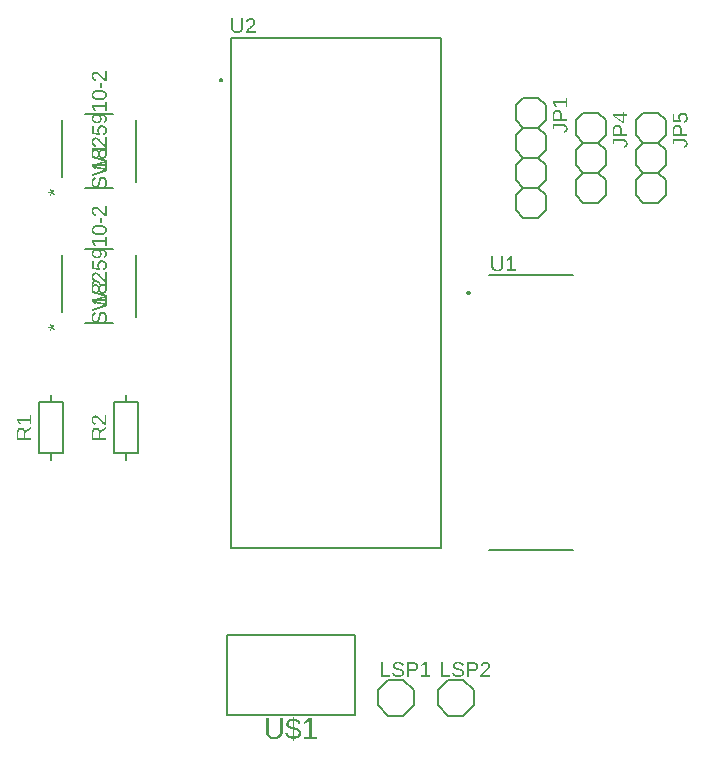
<source format=gbr>
G04 EAGLE Gerber RS-274X export*
G75*
%MOMM*%
%FSLAX34Y34*%
%LPD*%
%INSilkscreen Top*%
%IPPOS*%
%AMOC8*
5,1,8,0,0,1.08239X$1,22.5*%
G01*
G04 Define Apertures*
%ADD10C,0.152400*%
%ADD11C,0.127000*%
%ADD12C,0.200000*%
G36*
X1008888Y742296D02*
X996547Y742296D01*
X996547Y747490D01*
X996562Y747994D01*
X996608Y748469D01*
X996684Y748915D01*
X996790Y749331D01*
X996927Y749718D01*
X997094Y750076D01*
X997292Y750405D01*
X997519Y750704D01*
X997775Y750971D01*
X998055Y751202D01*
X998361Y751398D01*
X998691Y751558D01*
X999046Y751683D01*
X999426Y751772D01*
X999831Y751825D01*
X1000261Y751843D01*
X1000688Y751825D01*
X1001092Y751771D01*
X1001474Y751682D01*
X1001833Y751557D01*
X1002170Y751396D01*
X1002484Y751200D01*
X1002776Y750968D01*
X1003046Y750700D01*
X1003288Y750401D01*
X1003498Y750077D01*
X1003676Y749727D01*
X1003821Y749352D01*
X1003934Y748951D01*
X1004015Y748525D01*
X1004063Y748073D01*
X1004080Y747595D01*
X1004080Y743969D01*
X1008888Y743969D01*
X1008888Y742296D01*
G37*
%LPC*%
G36*
X1002757Y743969D02*
X1002757Y747358D01*
X1002747Y747698D01*
X1002718Y748015D01*
X1002670Y748311D01*
X1002602Y748585D01*
X1002515Y748836D01*
X1002408Y749066D01*
X1002283Y749274D01*
X1002137Y749460D01*
X1001973Y749625D01*
X1001789Y749767D01*
X1001585Y749887D01*
X1001363Y749986D01*
X1001121Y750063D01*
X1000859Y750117D01*
X1000579Y750150D01*
X1000278Y750161D01*
X999989Y750150D01*
X999718Y750116D01*
X999466Y750060D01*
X999232Y749982D01*
X999017Y749881D01*
X998821Y749757D01*
X998644Y749611D01*
X998485Y749443D01*
X998345Y749252D01*
X998224Y749039D01*
X998121Y748803D01*
X998037Y748545D01*
X997971Y748265D01*
X997925Y747962D01*
X997897Y747636D01*
X997887Y747288D01*
X997887Y743969D01*
X1002757Y743969D01*
G37*
%LPD*%
G36*
X1008888Y754160D02*
X1007548Y754160D01*
X1007548Y757304D01*
X998054Y757304D01*
X1000042Y754519D01*
X998553Y754519D01*
X996547Y757435D01*
X996547Y758889D01*
X1007548Y758889D01*
X1007548Y761893D01*
X1008888Y761893D01*
X1008888Y754160D01*
G37*
G36*
X1005823Y732136D02*
X1005551Y733774D01*
X1005798Y733819D01*
X1006031Y733877D01*
X1006250Y733948D01*
X1006455Y734030D01*
X1006647Y734125D01*
X1006824Y734232D01*
X1006987Y734352D01*
X1007136Y734483D01*
X1007270Y734626D01*
X1007385Y734777D01*
X1007483Y734937D01*
X1007563Y735105D01*
X1007626Y735283D01*
X1007670Y735469D01*
X1007697Y735664D01*
X1007706Y735867D01*
X1007696Y736089D01*
X1007666Y736299D01*
X1007618Y736496D01*
X1007549Y736682D01*
X1007461Y736855D01*
X1007353Y737017D01*
X1007226Y737166D01*
X1007079Y737304D01*
X1006914Y737427D01*
X1006730Y737533D01*
X1006528Y737624D01*
X1006308Y737698D01*
X1006069Y737755D01*
X1005812Y737796D01*
X1005538Y737821D01*
X1005244Y737829D01*
X997914Y737829D01*
X997914Y735456D01*
X996547Y735456D01*
X996547Y739493D01*
X1005209Y739493D01*
X1005646Y739478D01*
X1006059Y739432D01*
X1006448Y739356D01*
X1006813Y739250D01*
X1007154Y739113D01*
X1007472Y738946D01*
X1007765Y738749D01*
X1008034Y738521D01*
X1008275Y738267D01*
X1008484Y737990D01*
X1008661Y737691D01*
X1008806Y737369D01*
X1008918Y737025D01*
X1008999Y736659D01*
X1009047Y736270D01*
X1009063Y735858D01*
X1009051Y735476D01*
X1009013Y735114D01*
X1008949Y734772D01*
X1008861Y734450D01*
X1008747Y734148D01*
X1008607Y733865D01*
X1008443Y733603D01*
X1008253Y733360D01*
X1008038Y733137D01*
X1007797Y732935D01*
X1007531Y732752D01*
X1007240Y732589D01*
X1006924Y732446D01*
X1006582Y732323D01*
X1006215Y732219D01*
X1005823Y732136D01*
G37*
G36*
X874712Y271780D02*
X873039Y271780D01*
X873039Y284121D01*
X878233Y284121D01*
X878737Y284106D01*
X879212Y284060D01*
X879658Y283984D01*
X880074Y283878D01*
X880461Y283741D01*
X880819Y283574D01*
X881148Y283376D01*
X881447Y283149D01*
X881714Y282893D01*
X881945Y282613D01*
X882141Y282307D01*
X882301Y281977D01*
X882426Y281622D01*
X882515Y281242D01*
X882568Y280837D01*
X882586Y280407D01*
X882568Y279980D01*
X882514Y279576D01*
X882425Y279194D01*
X882300Y278835D01*
X882139Y278498D01*
X881943Y278184D01*
X881711Y277892D01*
X881443Y277622D01*
X881144Y277380D01*
X880820Y277170D01*
X880470Y276992D01*
X880095Y276847D01*
X879694Y276734D01*
X879268Y276653D01*
X878816Y276605D01*
X878338Y276588D01*
X874712Y276588D01*
X874712Y271780D01*
G37*
%LPC*%
G36*
X878101Y277911D02*
X878441Y277921D01*
X878758Y277950D01*
X879054Y277998D01*
X879328Y278066D01*
X879579Y278153D01*
X879809Y278260D01*
X880017Y278385D01*
X880203Y278531D01*
X880368Y278695D01*
X880510Y278879D01*
X880630Y279083D01*
X880729Y279305D01*
X880806Y279547D01*
X880860Y279809D01*
X880893Y280089D01*
X880904Y280390D01*
X880893Y280679D01*
X880859Y280950D01*
X880803Y281202D01*
X880725Y281436D01*
X880624Y281651D01*
X880500Y281847D01*
X880354Y282024D01*
X880186Y282183D01*
X879995Y282323D01*
X879782Y282444D01*
X879546Y282547D01*
X879288Y282631D01*
X879008Y282697D01*
X878705Y282743D01*
X878379Y282771D01*
X878031Y282781D01*
X874712Y282781D01*
X874712Y277911D01*
X878101Y277911D01*
G37*
%LPD*%
G36*
X865642Y271605D02*
X865093Y271617D01*
X864574Y271654D01*
X864084Y271715D01*
X863624Y271801D01*
X863193Y271911D01*
X862792Y272046D01*
X862421Y272205D01*
X862080Y272389D01*
X861768Y272597D01*
X861485Y272830D01*
X861233Y273087D01*
X861009Y273369D01*
X860816Y273675D01*
X860652Y274005D01*
X860518Y274361D01*
X860413Y274740D01*
X862034Y275064D01*
X862114Y274796D01*
X862213Y274545D01*
X862333Y274313D01*
X862472Y274100D01*
X862630Y273905D01*
X862809Y273729D01*
X863007Y273571D01*
X863225Y273431D01*
X863463Y273309D01*
X863721Y273203D01*
X864000Y273113D01*
X864300Y273040D01*
X864620Y272983D01*
X864961Y272942D01*
X865322Y272918D01*
X865703Y272910D01*
X866097Y272919D01*
X866467Y272945D01*
X866815Y272988D01*
X867139Y273049D01*
X867440Y273127D01*
X867718Y273223D01*
X867972Y273336D01*
X868204Y273466D01*
X868410Y273613D01*
X868589Y273777D01*
X868740Y273956D01*
X868864Y274152D01*
X868960Y274365D01*
X869029Y274593D01*
X869071Y274838D01*
X869084Y275099D01*
X869067Y275387D01*
X869015Y275647D01*
X868929Y275878D01*
X868808Y276080D01*
X868656Y276261D01*
X868477Y276424D01*
X868269Y276571D01*
X868033Y276702D01*
X867772Y276820D01*
X867486Y276928D01*
X867176Y277026D01*
X866842Y277114D01*
X865309Y277473D01*
X864622Y277635D01*
X864023Y277797D01*
X863512Y277959D01*
X863089Y278121D01*
X862730Y278288D01*
X862411Y278464D01*
X862132Y278649D01*
X861893Y278844D01*
X861687Y279052D01*
X861507Y279276D01*
X861352Y279518D01*
X861223Y279777D01*
X861122Y280054D01*
X861049Y280350D01*
X861006Y280667D01*
X860991Y281003D01*
X861010Y281388D01*
X861067Y281750D01*
X861162Y282089D01*
X861295Y282406D01*
X861465Y282700D01*
X861674Y282972D01*
X861920Y283220D01*
X862204Y283446D01*
X862524Y283648D01*
X862876Y283822D01*
X863261Y283969D01*
X863679Y284090D01*
X864130Y284184D01*
X864613Y284251D01*
X865129Y284291D01*
X865677Y284305D01*
X866187Y284295D01*
X866666Y284264D01*
X867115Y284214D01*
X867532Y284144D01*
X867918Y284053D01*
X868274Y283943D01*
X868598Y283812D01*
X868892Y283661D01*
X869159Y283486D01*
X869406Y283282D01*
X869632Y283051D01*
X869837Y282791D01*
X870022Y282502D01*
X870186Y282185D01*
X870329Y281840D01*
X870451Y281467D01*
X868804Y281178D01*
X868728Y281415D01*
X868638Y281635D01*
X868531Y281838D01*
X868410Y282024D01*
X868273Y282194D01*
X868121Y282346D01*
X867953Y282482D01*
X867770Y282601D01*
X867571Y282705D01*
X867353Y282795D01*
X867116Y282871D01*
X866862Y282933D01*
X866589Y282981D01*
X866297Y283016D01*
X865988Y283037D01*
X865660Y283043D01*
X865301Y283036D01*
X864963Y283013D01*
X864648Y282975D01*
X864355Y282921D01*
X864083Y282852D01*
X863834Y282768D01*
X863606Y282668D01*
X863400Y282553D01*
X863217Y282423D01*
X863059Y282278D01*
X862925Y282117D01*
X862815Y281942D01*
X862730Y281752D01*
X862669Y281546D01*
X862633Y281326D01*
X862620Y281090D01*
X862639Y280818D01*
X862696Y280570D01*
X862790Y280347D01*
X862923Y280149D01*
X863090Y279970D01*
X863292Y279805D01*
X863526Y279654D01*
X863794Y279518D01*
X864149Y279382D01*
X864646Y279230D01*
X865284Y279064D01*
X866063Y278883D01*
X867197Y278616D01*
X867750Y278467D01*
X868278Y278292D01*
X868779Y278087D01*
X869246Y277850D01*
X869464Y277716D01*
X869668Y277567D01*
X869856Y277405D01*
X870030Y277228D01*
X870188Y277036D01*
X870327Y276827D01*
X870448Y276602D01*
X870551Y276361D01*
X870634Y276100D01*
X870693Y275818D01*
X870728Y275513D01*
X870740Y275187D01*
X870719Y274772D01*
X870656Y274381D01*
X870552Y274015D01*
X870406Y273672D01*
X870218Y273353D01*
X869988Y273059D01*
X869717Y272788D01*
X869404Y272542D01*
X869053Y272322D01*
X868668Y272132D01*
X868249Y271971D01*
X867796Y271839D01*
X867308Y271737D01*
X866787Y271663D01*
X866232Y271620D01*
X865642Y271605D01*
G37*
G36*
X892636Y271780D02*
X884903Y271780D01*
X884903Y273120D01*
X888047Y273120D01*
X888047Y282614D01*
X885262Y280626D01*
X885262Y282115D01*
X888178Y284121D01*
X889632Y284121D01*
X889632Y273120D01*
X892636Y273120D01*
X892636Y271780D01*
G37*
G36*
X859010Y271780D02*
X851101Y271780D01*
X851101Y284121D01*
X852774Y284121D01*
X852774Y273146D01*
X859010Y273146D01*
X859010Y271780D01*
G37*
G36*
X925512Y271780D02*
X923839Y271780D01*
X923839Y284121D01*
X929033Y284121D01*
X929537Y284106D01*
X930012Y284060D01*
X930458Y283984D01*
X930874Y283878D01*
X931261Y283741D01*
X931619Y283574D01*
X931948Y283376D01*
X932247Y283149D01*
X932514Y282893D01*
X932745Y282613D01*
X932941Y282307D01*
X933101Y281977D01*
X933226Y281622D01*
X933315Y281242D01*
X933368Y280837D01*
X933386Y280407D01*
X933368Y279980D01*
X933314Y279576D01*
X933225Y279194D01*
X933100Y278835D01*
X932939Y278498D01*
X932743Y278184D01*
X932511Y277892D01*
X932243Y277622D01*
X931944Y277380D01*
X931620Y277170D01*
X931270Y276992D01*
X930895Y276847D01*
X930494Y276734D01*
X930068Y276653D01*
X929616Y276605D01*
X929138Y276588D01*
X925512Y276588D01*
X925512Y271780D01*
G37*
%LPC*%
G36*
X928901Y277911D02*
X929241Y277921D01*
X929558Y277950D01*
X929854Y277998D01*
X930128Y278066D01*
X930379Y278153D01*
X930609Y278260D01*
X930817Y278385D01*
X931003Y278531D01*
X931168Y278695D01*
X931310Y278879D01*
X931430Y279083D01*
X931529Y279305D01*
X931606Y279547D01*
X931660Y279809D01*
X931693Y280089D01*
X931704Y280390D01*
X931693Y280679D01*
X931659Y280950D01*
X931603Y281202D01*
X931525Y281436D01*
X931424Y281651D01*
X931300Y281847D01*
X931154Y282024D01*
X930986Y282183D01*
X930795Y282323D01*
X930582Y282444D01*
X930346Y282547D01*
X930088Y282631D01*
X929808Y282697D01*
X929505Y282743D01*
X929179Y282771D01*
X928831Y282781D01*
X925512Y282781D01*
X925512Y277911D01*
X928901Y277911D01*
G37*
%LPD*%
G36*
X916442Y271605D02*
X915893Y271617D01*
X915374Y271654D01*
X914884Y271715D01*
X914424Y271801D01*
X913993Y271911D01*
X913592Y272046D01*
X913221Y272205D01*
X912880Y272389D01*
X912568Y272597D01*
X912285Y272830D01*
X912033Y273087D01*
X911809Y273369D01*
X911616Y273675D01*
X911452Y274005D01*
X911318Y274361D01*
X911213Y274740D01*
X912834Y275064D01*
X912914Y274796D01*
X913013Y274545D01*
X913133Y274313D01*
X913272Y274100D01*
X913430Y273905D01*
X913609Y273729D01*
X913807Y273571D01*
X914025Y273431D01*
X914263Y273309D01*
X914521Y273203D01*
X914800Y273113D01*
X915100Y273040D01*
X915420Y272983D01*
X915761Y272942D01*
X916122Y272918D01*
X916503Y272910D01*
X916897Y272919D01*
X917267Y272945D01*
X917615Y272988D01*
X917939Y273049D01*
X918240Y273127D01*
X918518Y273223D01*
X918772Y273336D01*
X919004Y273466D01*
X919210Y273613D01*
X919389Y273777D01*
X919540Y273956D01*
X919664Y274152D01*
X919760Y274365D01*
X919829Y274593D01*
X919871Y274838D01*
X919884Y275099D01*
X919867Y275387D01*
X919815Y275647D01*
X919729Y275878D01*
X919608Y276080D01*
X919456Y276261D01*
X919277Y276424D01*
X919069Y276571D01*
X918833Y276702D01*
X918572Y276820D01*
X918286Y276928D01*
X917976Y277026D01*
X917642Y277114D01*
X916109Y277473D01*
X915422Y277635D01*
X914823Y277797D01*
X914312Y277959D01*
X913889Y278121D01*
X913530Y278288D01*
X913211Y278464D01*
X912932Y278649D01*
X912693Y278844D01*
X912487Y279052D01*
X912307Y279276D01*
X912152Y279518D01*
X912023Y279777D01*
X911922Y280054D01*
X911849Y280350D01*
X911806Y280667D01*
X911791Y281003D01*
X911810Y281388D01*
X911867Y281750D01*
X911962Y282089D01*
X912095Y282406D01*
X912265Y282700D01*
X912474Y282972D01*
X912720Y283220D01*
X913004Y283446D01*
X913324Y283648D01*
X913676Y283822D01*
X914061Y283969D01*
X914479Y284090D01*
X914930Y284184D01*
X915413Y284251D01*
X915929Y284291D01*
X916477Y284305D01*
X916987Y284295D01*
X917466Y284264D01*
X917915Y284214D01*
X918332Y284144D01*
X918718Y284053D01*
X919074Y283943D01*
X919398Y283812D01*
X919692Y283661D01*
X919959Y283486D01*
X920206Y283282D01*
X920432Y283051D01*
X920637Y282791D01*
X920822Y282502D01*
X920986Y282185D01*
X921129Y281840D01*
X921251Y281467D01*
X919604Y281178D01*
X919528Y281415D01*
X919438Y281635D01*
X919331Y281838D01*
X919210Y282024D01*
X919073Y282194D01*
X918921Y282346D01*
X918753Y282482D01*
X918570Y282601D01*
X918371Y282705D01*
X918153Y282795D01*
X917916Y282871D01*
X917662Y282933D01*
X917389Y282981D01*
X917097Y283016D01*
X916788Y283037D01*
X916460Y283043D01*
X916101Y283036D01*
X915763Y283013D01*
X915448Y282975D01*
X915155Y282921D01*
X914883Y282852D01*
X914634Y282768D01*
X914406Y282668D01*
X914200Y282553D01*
X914017Y282423D01*
X913859Y282278D01*
X913725Y282117D01*
X913615Y281942D01*
X913530Y281752D01*
X913469Y281546D01*
X913433Y281326D01*
X913420Y281090D01*
X913439Y280818D01*
X913496Y280570D01*
X913590Y280347D01*
X913723Y280149D01*
X913890Y279970D01*
X914092Y279805D01*
X914326Y279654D01*
X914594Y279518D01*
X914949Y279382D01*
X915446Y279230D01*
X916084Y279064D01*
X916863Y278883D01*
X917997Y278616D01*
X918550Y278467D01*
X919078Y278292D01*
X919579Y278087D01*
X920046Y277850D01*
X920264Y277716D01*
X920468Y277567D01*
X920656Y277405D01*
X920830Y277228D01*
X920988Y277036D01*
X921127Y276827D01*
X921248Y276602D01*
X921351Y276361D01*
X921434Y276100D01*
X921493Y275818D01*
X921528Y275513D01*
X921540Y275187D01*
X921519Y274772D01*
X921456Y274381D01*
X921352Y274015D01*
X921206Y273672D01*
X921018Y273353D01*
X920788Y273059D01*
X920517Y272788D01*
X920204Y272542D01*
X919853Y272322D01*
X919468Y272132D01*
X919049Y271971D01*
X918596Y271839D01*
X918108Y271737D01*
X917587Y271663D01*
X917032Y271620D01*
X916442Y271605D01*
G37*
G36*
X943410Y271780D02*
X935238Y271780D01*
X935238Y272892D01*
X935474Y273390D01*
X935734Y273857D01*
X936019Y274294D01*
X936329Y274701D01*
X936655Y275084D01*
X936989Y275448D01*
X937331Y275793D01*
X937682Y276120D01*
X938388Y276732D01*
X939088Y277298D01*
X939750Y277841D01*
X940345Y278384D01*
X940611Y278659D01*
X940852Y278940D01*
X941065Y279228D01*
X941251Y279523D01*
X941402Y279830D01*
X941511Y280158D01*
X941575Y280505D01*
X941597Y280871D01*
X941588Y281118D01*
X941560Y281351D01*
X941513Y281569D01*
X941448Y281773D01*
X941364Y281963D01*
X941262Y282139D01*
X941141Y282301D01*
X941002Y282448D01*
X940845Y282579D01*
X940675Y282693D01*
X940490Y282789D01*
X940290Y282868D01*
X940076Y282930D01*
X939847Y282973D01*
X939604Y283000D01*
X939346Y283008D01*
X939100Y283000D01*
X938865Y282974D01*
X938641Y282931D01*
X938428Y282872D01*
X938226Y282795D01*
X938035Y282701D01*
X937855Y282589D01*
X937686Y282461D01*
X937532Y282317D01*
X937394Y282160D01*
X937273Y281988D01*
X937169Y281803D01*
X937081Y281604D01*
X937011Y281391D01*
X936957Y281164D01*
X936920Y280924D01*
X935308Y281073D01*
X935366Y281433D01*
X935453Y281775D01*
X935567Y282098D01*
X935710Y282402D01*
X935882Y282687D01*
X936081Y282953D01*
X936309Y283200D01*
X936565Y283429D01*
X936845Y283634D01*
X937145Y283812D01*
X937463Y283963D01*
X937801Y284086D01*
X938159Y284182D01*
X938535Y284250D01*
X938931Y284291D01*
X939346Y284305D01*
X939799Y284291D01*
X940225Y284250D01*
X940624Y284181D01*
X940996Y284085D01*
X941341Y283961D01*
X941659Y283810D01*
X941950Y283631D01*
X942215Y283424D01*
X942450Y283193D01*
X942653Y282938D01*
X942826Y282660D01*
X942967Y282359D01*
X943076Y282035D01*
X943155Y281688D01*
X943202Y281317D01*
X943217Y280924D01*
X943197Y280565D01*
X943135Y280208D01*
X943033Y279852D01*
X942889Y279496D01*
X942705Y279142D01*
X942481Y278787D01*
X942216Y278432D01*
X941912Y278077D01*
X941514Y277674D01*
X940969Y277173D01*
X940275Y276575D01*
X939434Y275879D01*
X938956Y275477D01*
X938529Y275096D01*
X938154Y274735D01*
X937831Y274394D01*
X937554Y274067D01*
X937319Y273745D01*
X937125Y273430D01*
X936973Y273120D01*
X943410Y273120D01*
X943410Y271780D01*
G37*
G36*
X909810Y271780D02*
X901901Y271780D01*
X901901Y284121D01*
X903574Y284121D01*
X903574Y273146D01*
X909810Y273146D01*
X909810Y271780D01*
G37*
G36*
X555000Y472603D02*
X542659Y472603D01*
X542659Y478410D01*
X542674Y478916D01*
X542718Y479392D01*
X542790Y479839D01*
X542892Y480257D01*
X543024Y480644D01*
X543184Y481002D01*
X543373Y481330D01*
X543592Y481628D01*
X543837Y481894D01*
X544104Y482125D01*
X544394Y482320D01*
X544708Y482479D01*
X545044Y482603D01*
X545403Y482692D01*
X545784Y482745D01*
X546189Y482763D01*
X546526Y482750D01*
X546849Y482713D01*
X547159Y482650D01*
X547455Y482562D01*
X547737Y482450D01*
X548005Y482312D01*
X548260Y482149D01*
X548501Y481961D01*
X548725Y481751D01*
X548927Y481522D01*
X549107Y481275D01*
X549173Y481164D01*
X549265Y481008D01*
X549402Y480722D01*
X549518Y480417D01*
X549611Y480093D01*
X549684Y479750D01*
X551947Y481241D01*
X555000Y483253D01*
X555000Y481326D01*
X549876Y478121D01*
X549876Y474276D01*
X555000Y474276D01*
X555000Y472603D01*
G37*
%LPC*%
G36*
X548554Y474276D02*
X548554Y478313D01*
X548544Y478635D01*
X548515Y478937D01*
X548467Y479221D01*
X548399Y479486D01*
X548313Y479732D01*
X548206Y479960D01*
X548081Y480168D01*
X547936Y480358D01*
X547774Y480528D01*
X547597Y480675D01*
X547404Y480799D01*
X547195Y480900D01*
X546971Y480979D01*
X546732Y481036D01*
X546477Y481070D01*
X546206Y481081D01*
X545945Y481070D01*
X545700Y481035D01*
X545471Y480978D01*
X545257Y480898D01*
X545060Y480795D01*
X544879Y480670D01*
X544713Y480521D01*
X544564Y480350D01*
X544432Y480157D01*
X544317Y479944D01*
X544220Y479711D01*
X544141Y479457D01*
X544079Y479184D01*
X544035Y478890D01*
X544008Y478577D01*
X543999Y478243D01*
X543999Y474276D01*
X548554Y474276D01*
G37*
%LPD*%
G36*
X555000Y485466D02*
X553660Y485466D01*
X553660Y488611D01*
X544166Y488611D01*
X546154Y485825D01*
X544665Y485825D01*
X542659Y488742D01*
X542659Y490196D01*
X553660Y490196D01*
X553660Y493200D01*
X555000Y493200D01*
X555000Y485466D01*
G37*
G36*
X618500Y472603D02*
X606159Y472603D01*
X606159Y478410D01*
X606174Y478916D01*
X606218Y479392D01*
X606290Y479839D01*
X606392Y480257D01*
X606524Y480644D01*
X606684Y481002D01*
X606873Y481330D01*
X607092Y481628D01*
X607337Y481894D01*
X607604Y482125D01*
X607894Y482320D01*
X608208Y482479D01*
X608544Y482603D01*
X608903Y482692D01*
X609284Y482745D01*
X609689Y482763D01*
X610026Y482750D01*
X610349Y482713D01*
X610659Y482650D01*
X610955Y482562D01*
X611237Y482450D01*
X611505Y482312D01*
X611760Y482149D01*
X612001Y481961D01*
X612225Y481751D01*
X612427Y481522D01*
X612607Y481275D01*
X612673Y481164D01*
X612765Y481008D01*
X612902Y480722D01*
X613018Y480417D01*
X613111Y480093D01*
X613184Y479750D01*
X615447Y481241D01*
X618500Y483253D01*
X618500Y481326D01*
X613376Y478121D01*
X613376Y474276D01*
X618500Y474276D01*
X618500Y472603D01*
G37*
%LPC*%
G36*
X612054Y474276D02*
X612054Y478313D01*
X612044Y478635D01*
X612015Y478937D01*
X611967Y479221D01*
X611899Y479486D01*
X611813Y479732D01*
X611706Y479960D01*
X611581Y480168D01*
X611436Y480358D01*
X611274Y480528D01*
X611097Y480675D01*
X610904Y480799D01*
X610695Y480900D01*
X610471Y480979D01*
X610232Y481036D01*
X609977Y481070D01*
X609706Y481081D01*
X609445Y481070D01*
X609200Y481035D01*
X608971Y480978D01*
X608757Y480898D01*
X608560Y480795D01*
X608379Y480670D01*
X608213Y480521D01*
X608064Y480350D01*
X607932Y480157D01*
X607817Y479944D01*
X607720Y479711D01*
X607641Y479457D01*
X607579Y479184D01*
X607535Y478890D01*
X607508Y478577D01*
X607499Y478243D01*
X607499Y474276D01*
X612054Y474276D01*
G37*
%LPD*%
G36*
X618500Y485002D02*
X617388Y485002D01*
X616890Y485238D01*
X616423Y485498D01*
X615986Y485783D01*
X615579Y486093D01*
X615196Y486419D01*
X614832Y486753D01*
X614487Y487095D01*
X614160Y487446D01*
X613548Y488152D01*
X612982Y488852D01*
X612439Y489514D01*
X611896Y490108D01*
X611621Y490375D01*
X611340Y490615D01*
X611052Y490828D01*
X610757Y491015D01*
X610450Y491166D01*
X610122Y491274D01*
X609775Y491339D01*
X609409Y491361D01*
X609162Y491352D01*
X608929Y491324D01*
X608711Y491277D01*
X608507Y491212D01*
X608317Y491128D01*
X608141Y491026D01*
X607979Y490905D01*
X607832Y490765D01*
X607701Y490609D01*
X607587Y490438D01*
X607491Y490253D01*
X607412Y490054D01*
X607350Y489839D01*
X607307Y489611D01*
X607280Y489368D01*
X607272Y489110D01*
X607280Y488864D01*
X607306Y488628D01*
X607349Y488404D01*
X607408Y488191D01*
X607485Y487989D01*
X607579Y487799D01*
X607691Y487619D01*
X607819Y487450D01*
X607963Y487295D01*
X608120Y487158D01*
X608292Y487037D01*
X608477Y486932D01*
X608676Y486845D01*
X608889Y486774D01*
X609116Y486721D01*
X609356Y486684D01*
X609207Y485072D01*
X608847Y485130D01*
X608505Y485216D01*
X608182Y485331D01*
X607878Y485474D01*
X607593Y485645D01*
X607327Y485845D01*
X607080Y486073D01*
X606851Y486329D01*
X606646Y486609D01*
X606468Y486908D01*
X606317Y487227D01*
X606194Y487565D01*
X606098Y487922D01*
X606030Y488299D01*
X605989Y488695D01*
X605975Y489110D01*
X605989Y489563D01*
X606030Y489989D01*
X606099Y490388D01*
X606195Y490760D01*
X606319Y491105D01*
X606470Y491423D01*
X606649Y491714D01*
X606856Y491978D01*
X607087Y492213D01*
X607342Y492417D01*
X607620Y492589D01*
X607921Y492730D01*
X608245Y492840D01*
X608592Y492918D01*
X608963Y492965D01*
X609356Y492981D01*
X609715Y492961D01*
X610072Y492899D01*
X610428Y492796D01*
X610784Y492653D01*
X611138Y492469D01*
X611493Y492244D01*
X611848Y491980D01*
X612203Y491676D01*
X612606Y491278D01*
X613107Y490732D01*
X613705Y490039D01*
X614401Y489197D01*
X614803Y488720D01*
X615184Y488293D01*
X615545Y487918D01*
X615886Y487595D01*
X616213Y487318D01*
X616535Y487082D01*
X616850Y486889D01*
X617160Y486736D01*
X617160Y493174D01*
X618500Y493174D01*
X618500Y485002D01*
G37*
G36*
X571649Y678723D02*
X570475Y679117D01*
X571413Y681456D01*
X568811Y681351D01*
X568811Y682542D01*
X571395Y682428D01*
X570493Y684740D01*
X571649Y685134D01*
X572288Y682664D01*
X574478Y684285D01*
X575109Y683242D01*
X572849Y681929D01*
X575091Y680562D01*
X574461Y679520D01*
X572288Y681175D01*
X571649Y678723D01*
G37*
G36*
X606403Y696070D02*
X606403Y697813D01*
X614242Y700028D01*
X615735Y700407D01*
X617273Y700755D01*
X615171Y701241D01*
X614196Y701497D01*
X612409Y701987D01*
X606403Y703672D01*
X606403Y705275D01*
X614084Y707421D01*
X615823Y707859D01*
X617273Y708191D01*
X616966Y708270D01*
X615324Y708656D01*
X612776Y709345D01*
X606403Y711117D01*
X606403Y712860D01*
X618744Y709225D01*
X618744Y707228D01*
X610905Y705091D01*
X609878Y704833D01*
X608269Y704478D01*
X609968Y704092D01*
X612504Y703416D01*
X618744Y701701D01*
X618744Y699704D01*
X606403Y696070D01*
G37*
G36*
X615784Y684837D02*
X615460Y686457D01*
X615728Y686537D01*
X615979Y686636D01*
X616211Y686756D01*
X616424Y686895D01*
X616619Y687054D01*
X616796Y687232D01*
X616954Y687430D01*
X617093Y687648D01*
X617215Y687886D01*
X617321Y688145D01*
X617411Y688424D01*
X617484Y688723D01*
X617541Y689043D01*
X617582Y689384D01*
X617606Y689745D01*
X617614Y690127D01*
X617605Y690520D01*
X617579Y690891D01*
X617536Y691238D01*
X617475Y691562D01*
X617397Y691863D01*
X617301Y692141D01*
X617188Y692396D01*
X617058Y692627D01*
X616911Y692834D01*
X616747Y693012D01*
X616568Y693164D01*
X616372Y693287D01*
X616159Y693384D01*
X615931Y693452D01*
X615686Y693494D01*
X615425Y693508D01*
X615137Y693490D01*
X614877Y693439D01*
X614646Y693352D01*
X614444Y693232D01*
X614263Y693080D01*
X614100Y692900D01*
X613953Y692692D01*
X613822Y692456D01*
X613704Y692195D01*
X613596Y691909D01*
X613498Y691599D01*
X613410Y691265D01*
X613051Y689733D01*
X612889Y689045D01*
X612727Y688446D01*
X612565Y687935D01*
X612403Y687512D01*
X612236Y687153D01*
X612060Y686835D01*
X611875Y686556D01*
X611680Y686317D01*
X611473Y686111D01*
X611248Y685930D01*
X611006Y685776D01*
X610747Y685647D01*
X610470Y685545D01*
X610174Y685473D01*
X609857Y685429D01*
X609521Y685415D01*
X609136Y685434D01*
X608774Y685490D01*
X608435Y685585D01*
X608118Y685718D01*
X607824Y685888D01*
X607552Y686097D01*
X607304Y686343D01*
X607078Y686628D01*
X606876Y686947D01*
X606702Y687300D01*
X606555Y687685D01*
X606434Y688102D01*
X606340Y688553D01*
X606273Y689036D01*
X606233Y689552D01*
X606219Y690100D01*
X606229Y690610D01*
X606260Y691090D01*
X606310Y691538D01*
X606380Y691955D01*
X606471Y692341D01*
X606581Y692697D01*
X606712Y693021D01*
X606863Y693315D01*
X607038Y693582D01*
X607242Y693829D01*
X607473Y694055D01*
X607733Y694261D01*
X608022Y694445D01*
X608339Y694609D01*
X608684Y694752D01*
X609057Y694874D01*
X609346Y693227D01*
X609109Y693152D01*
X608889Y693061D01*
X608686Y692955D01*
X608500Y692833D01*
X608330Y692696D01*
X608178Y692544D01*
X608042Y692377D01*
X607923Y692194D01*
X607819Y691994D01*
X607729Y691776D01*
X607653Y691540D01*
X607591Y691285D01*
X607543Y691012D01*
X607508Y690721D01*
X607487Y690411D01*
X607481Y690083D01*
X607488Y689724D01*
X607511Y689387D01*
X607550Y689071D01*
X607603Y688778D01*
X607672Y688506D01*
X607756Y688257D01*
X607856Y688029D01*
X607971Y687823D01*
X608101Y687641D01*
X608246Y687482D01*
X608407Y687348D01*
X608582Y687239D01*
X608772Y687153D01*
X608978Y687092D01*
X609198Y687056D01*
X609434Y687044D01*
X609706Y687063D01*
X609954Y687119D01*
X610177Y687214D01*
X610375Y687346D01*
X610554Y687514D01*
X610719Y687715D01*
X610870Y687949D01*
X611006Y688217D01*
X611142Y688573D01*
X611294Y689069D01*
X611460Y689707D01*
X611641Y690486D01*
X611908Y691620D01*
X612057Y692173D01*
X612232Y692702D01*
X612437Y693202D01*
X612674Y693670D01*
X612808Y693888D01*
X612957Y694091D01*
X613119Y694280D01*
X613296Y694453D01*
X613488Y694611D01*
X613697Y694750D01*
X613922Y694871D01*
X614163Y694975D01*
X614424Y695057D01*
X614706Y695116D01*
X615011Y695151D01*
X615337Y695163D01*
X615752Y695142D01*
X616143Y695079D01*
X616510Y694975D01*
X616852Y694829D01*
X617171Y694641D01*
X617465Y694412D01*
X617736Y694140D01*
X617982Y693827D01*
X618202Y693476D01*
X618392Y693091D01*
X618553Y692672D01*
X618685Y692219D01*
X618787Y691732D01*
X618861Y691210D01*
X618905Y690655D01*
X618919Y690065D01*
X618907Y689516D01*
X618870Y688997D01*
X618809Y688507D01*
X618723Y688047D01*
X618613Y687617D01*
X618478Y687216D01*
X618319Y686844D01*
X618135Y686503D01*
X617927Y686191D01*
X617694Y685909D01*
X617437Y685656D01*
X617155Y685433D01*
X616849Y685239D01*
X616519Y685075D01*
X616163Y684941D01*
X615784Y684837D01*
G37*
G36*
X618744Y714295D02*
X617404Y714295D01*
X617404Y717439D01*
X607910Y717439D01*
X609898Y714654D01*
X608409Y714654D01*
X606403Y717570D01*
X606403Y719024D01*
X617404Y719024D01*
X617404Y722028D01*
X618744Y722028D01*
X618744Y714295D01*
G37*
G36*
X612569Y760029D02*
X611799Y760045D01*
X611079Y760094D01*
X610409Y760175D01*
X609788Y760289D01*
X609218Y760435D01*
X608697Y760613D01*
X608226Y760824D01*
X607805Y761067D01*
X607433Y761345D01*
X607111Y761661D01*
X606839Y762015D01*
X606616Y762406D01*
X606442Y762835D01*
X606374Y763063D01*
X606318Y763301D01*
X606275Y763549D01*
X606244Y763805D01*
X606226Y764072D01*
X606219Y764347D01*
X606226Y764615D01*
X606244Y764875D01*
X606276Y765125D01*
X606319Y765366D01*
X606376Y765599D01*
X606445Y765822D01*
X606620Y766242D01*
X606845Y766627D01*
X607121Y766976D01*
X607446Y767289D01*
X607822Y767566D01*
X608247Y767809D01*
X608720Y768020D01*
X609241Y768198D01*
X609810Y768344D01*
X610428Y768458D01*
X611093Y768539D01*
X611807Y768588D01*
X612569Y768604D01*
X613319Y768587D01*
X614024Y768536D01*
X614682Y768450D01*
X615295Y768331D01*
X615863Y768178D01*
X616384Y767990D01*
X616860Y767769D01*
X617290Y767513D01*
X617672Y767225D01*
X618003Y766903D01*
X618283Y766550D01*
X618512Y766163D01*
X618690Y765745D01*
X618817Y765294D01*
X618862Y765056D01*
X618894Y764810D01*
X618913Y764557D01*
X618919Y764295D01*
X618913Y764033D01*
X618894Y763779D01*
X618862Y763534D01*
X618818Y763297D01*
X618691Y762847D01*
X618514Y762431D01*
X618286Y762048D01*
X618008Y761698D01*
X617679Y761381D01*
X617299Y761098D01*
X616871Y760847D01*
X616396Y760630D01*
X615874Y760447D01*
X615306Y760296D01*
X614692Y760179D01*
X614031Y760096D01*
X613323Y760046D01*
X612569Y760029D01*
G37*
%LPC*%
G36*
X612569Y761623D02*
X613204Y761633D01*
X613795Y761663D01*
X614342Y761714D01*
X614844Y761784D01*
X615303Y761875D01*
X615717Y761985D01*
X616088Y762116D01*
X616414Y762267D01*
X616700Y762440D01*
X616947Y762636D01*
X617156Y762856D01*
X617327Y763100D01*
X617460Y763368D01*
X617556Y763659D01*
X617613Y763974D01*
X617632Y764312D01*
X617612Y764649D01*
X617554Y764962D01*
X617457Y765252D01*
X617321Y765519D01*
X617146Y765762D01*
X616932Y765982D01*
X616679Y766179D01*
X616388Y766353D01*
X616056Y766505D01*
X615683Y766636D01*
X615268Y766748D01*
X614811Y766839D01*
X614313Y766910D01*
X613774Y766960D01*
X613192Y766991D01*
X612569Y767001D01*
X611924Y766991D01*
X611326Y766962D01*
X610773Y766914D01*
X610266Y766847D01*
X609805Y766760D01*
X609390Y766654D01*
X609021Y766528D01*
X608698Y766384D01*
X608417Y766217D01*
X608173Y766025D01*
X607967Y765808D01*
X607798Y765566D01*
X607667Y765299D01*
X607573Y765007D01*
X607517Y764689D01*
X607498Y764347D01*
X607517Y763996D01*
X607572Y763671D01*
X607664Y763372D01*
X607794Y763098D01*
X607960Y762850D01*
X608163Y762627D01*
X608403Y762430D01*
X608680Y762258D01*
X609000Y762109D01*
X609367Y761980D01*
X609782Y761871D01*
X610244Y761782D01*
X610754Y761713D01*
X611311Y761663D01*
X611916Y761633D01*
X612569Y761623D01*
G37*
%LPD*%
G36*
X615319Y710264D02*
X615023Y710275D01*
X614739Y710308D01*
X614467Y710362D01*
X614207Y710437D01*
X613959Y710535D01*
X613723Y710653D01*
X613499Y710794D01*
X613287Y710956D01*
X613092Y711135D01*
X612916Y711326D01*
X612761Y711529D01*
X612626Y711744D01*
X612512Y711972D01*
X612417Y712211D01*
X612343Y712462D01*
X612289Y712725D01*
X612254Y712725D01*
X612186Y712480D01*
X612101Y712248D01*
X611999Y712030D01*
X611880Y711824D01*
X611743Y711632D01*
X611589Y711454D01*
X611418Y711288D01*
X611229Y711136D01*
X611028Y710999D01*
X610818Y710881D01*
X610600Y710781D01*
X610373Y710699D01*
X610138Y710635D01*
X609894Y710590D01*
X609642Y710562D01*
X609381Y710553D01*
X609037Y710570D01*
X608709Y710619D01*
X608399Y710702D01*
X608105Y710817D01*
X607827Y710966D01*
X607566Y711147D01*
X607322Y711361D01*
X607095Y711609D01*
X606890Y711884D01*
X606712Y712182D01*
X606561Y712502D01*
X606438Y712845D01*
X606342Y713210D01*
X606274Y713598D01*
X606233Y714009D01*
X606219Y714442D01*
X606233Y714886D01*
X606273Y715305D01*
X606340Y715701D01*
X606434Y716072D01*
X606555Y716420D01*
X606702Y716744D01*
X606876Y717043D01*
X607078Y717319D01*
X607302Y717567D01*
X607545Y717781D01*
X607806Y717962D01*
X608087Y718111D01*
X608387Y718226D01*
X608705Y718309D01*
X609042Y718358D01*
X609399Y718375D01*
X609659Y718366D01*
X609912Y718338D01*
X610155Y718292D01*
X610391Y718228D01*
X610617Y718145D01*
X610836Y718045D01*
X611045Y717925D01*
X611247Y717788D01*
X611435Y717634D01*
X611604Y717468D01*
X611619Y717450D01*
X611755Y717287D01*
X611888Y717094D01*
X612003Y716887D01*
X612099Y716666D01*
X612177Y716432D01*
X612236Y716185D01*
X612271Y716185D01*
X612329Y716472D01*
X612406Y716743D01*
X612503Y716998D01*
X612619Y717236D01*
X612754Y717458D01*
X612908Y717663D01*
X613081Y717852D01*
X613237Y717991D01*
X613274Y718024D01*
X613483Y718178D01*
X613705Y718312D01*
X613939Y718425D01*
X614186Y718517D01*
X614446Y718589D01*
X614719Y718640D01*
X615004Y718671D01*
X615302Y718681D01*
X615717Y718664D01*
X616109Y718613D01*
X616477Y718528D01*
X616822Y718410D01*
X617143Y718257D01*
X617440Y718070D01*
X617714Y717850D01*
X617965Y717595D01*
X618188Y717309D01*
X618382Y716993D01*
X618546Y716648D01*
X618681Y716273D01*
X618785Y715868D01*
X618860Y715434D01*
X618904Y714970D01*
X618919Y714477D01*
X618905Y713996D01*
X618861Y713541D01*
X618787Y713114D01*
X618685Y712713D01*
X618553Y712340D01*
X618392Y711993D01*
X618202Y711674D01*
X617982Y711381D01*
X617735Y711119D01*
X617464Y710892D01*
X617168Y710700D01*
X616848Y710543D01*
X616503Y710421D01*
X616133Y710334D01*
X615738Y710282D01*
X615319Y710264D01*
G37*
%LPC*%
G36*
X615188Y711893D02*
X615497Y711904D01*
X615785Y711934D01*
X616054Y711985D01*
X616303Y712056D01*
X616532Y712147D01*
X616741Y712259D01*
X616930Y712391D01*
X617100Y712544D01*
X617249Y712716D01*
X617378Y712909D01*
X617488Y713123D01*
X617578Y713357D01*
X617647Y713611D01*
X617697Y713885D01*
X617727Y714180D01*
X617737Y714495D01*
X617727Y714806D01*
X617698Y715097D01*
X617650Y715368D01*
X617582Y715618D01*
X617496Y715847D01*
X617389Y716056D01*
X617264Y716245D01*
X617119Y716413D01*
X616954Y716561D01*
X616765Y716689D01*
X616553Y716797D01*
X616319Y716886D01*
X616062Y716955D01*
X615782Y717004D01*
X615479Y717034D01*
X615153Y717043D01*
X614875Y717033D01*
X614615Y717001D01*
X614372Y716947D01*
X614147Y716873D01*
X613939Y716777D01*
X613750Y716659D01*
X613578Y716520D01*
X613423Y716360D01*
X613287Y716181D01*
X613168Y715984D01*
X613068Y715770D01*
X612986Y715539D01*
X612923Y715291D01*
X612877Y715025D01*
X612850Y714742D01*
X612841Y714442D01*
X612851Y714150D01*
X612880Y713875D01*
X612929Y713616D01*
X612997Y713374D01*
X613085Y713147D01*
X613193Y712938D01*
X613320Y712745D01*
X613467Y712568D01*
X613631Y712410D01*
X613809Y712273D01*
X614003Y712157D01*
X614210Y712062D01*
X614433Y711988D01*
X614670Y711936D01*
X614922Y711904D01*
X615188Y711893D01*
G37*
G36*
X609486Y712165D02*
X609743Y712174D01*
X609985Y712202D01*
X610210Y712249D01*
X610420Y712315D01*
X610614Y712399D01*
X610793Y712502D01*
X610955Y712624D01*
X611102Y712765D01*
X611233Y712923D01*
X611346Y713096D01*
X611441Y713284D01*
X611519Y713488D01*
X611580Y713708D01*
X611624Y713943D01*
X611650Y714194D01*
X611658Y714460D01*
X611650Y714729D01*
X611626Y714983D01*
X611586Y715219D01*
X611530Y715439D01*
X611458Y715643D01*
X611370Y715830D01*
X611266Y716000D01*
X611146Y716154D01*
X611008Y716291D01*
X610850Y716409D01*
X610672Y716509D01*
X610475Y716591D01*
X610257Y716655D01*
X610020Y716700D01*
X609763Y716728D01*
X609486Y716737D01*
X609233Y716728D01*
X608996Y716701D01*
X608775Y716656D01*
X608570Y716593D01*
X608382Y716513D01*
X608211Y716414D01*
X608055Y716298D01*
X607916Y716163D01*
X607794Y716011D01*
X607687Y715840D01*
X607597Y715652D01*
X607524Y715446D01*
X607467Y715222D01*
X607426Y714980D01*
X607401Y714720D01*
X607393Y714442D01*
X607401Y714172D01*
X607426Y713919D01*
X607467Y713682D01*
X607524Y713462D01*
X607598Y713259D01*
X607689Y713072D01*
X607795Y712901D01*
X607918Y712747D01*
X608058Y712611D01*
X608214Y712492D01*
X608385Y712392D01*
X608573Y712310D01*
X608777Y712247D01*
X608997Y712201D01*
X609234Y712174D01*
X609486Y712165D01*
G37*
%LPD*%
G36*
X610371Y740232D02*
X609900Y740249D01*
X609455Y740300D01*
X609036Y740385D01*
X608642Y740503D01*
X608275Y740656D01*
X607933Y740843D01*
X607617Y741063D01*
X607327Y741318D01*
X607068Y741603D01*
X606843Y741914D01*
X606652Y742252D01*
X606496Y742616D01*
X606375Y743007D01*
X606289Y743425D01*
X606237Y743869D01*
X606219Y744340D01*
X606225Y744593D01*
X606243Y744839D01*
X606315Y745306D01*
X606434Y745743D01*
X606600Y746148D01*
X606815Y746522D01*
X607077Y746865D01*
X607386Y747177D01*
X607743Y747458D01*
X608148Y747706D01*
X608601Y747921D01*
X609102Y748103D01*
X609650Y748252D01*
X610247Y748368D01*
X610891Y748451D01*
X611584Y748501D01*
X612324Y748517D01*
X613096Y748499D01*
X613822Y748445D01*
X614502Y748354D01*
X615136Y748227D01*
X615723Y748064D01*
X616265Y747865D01*
X616761Y747629D01*
X617211Y747357D01*
X617612Y747051D01*
X617958Y746715D01*
X618252Y746348D01*
X618492Y745950D01*
X618679Y745521D01*
X618752Y745295D01*
X618812Y745062D01*
X618859Y744821D01*
X618892Y744572D01*
X618912Y744315D01*
X618919Y744051D01*
X618910Y743698D01*
X618881Y743364D01*
X618834Y743047D01*
X618767Y742749D01*
X618681Y742468D01*
X618577Y742206D01*
X618453Y741961D01*
X618310Y741734D01*
X618147Y741524D01*
X617959Y741329D01*
X617749Y741150D01*
X617515Y740986D01*
X617257Y740838D01*
X616976Y740705D01*
X616672Y740588D01*
X616344Y740486D01*
X616108Y741992D01*
X616469Y742128D01*
X616782Y742300D01*
X617047Y742507D01*
X617264Y742750D01*
X617432Y743028D01*
X617553Y743342D01*
X617625Y743692D01*
X617643Y743880D01*
X617649Y744077D01*
X617630Y744407D01*
X617570Y744717D01*
X617472Y745009D01*
X617334Y745281D01*
X617157Y745534D01*
X616940Y745768D01*
X616684Y745983D01*
X616388Y746179D01*
X616056Y746354D01*
X615690Y746507D01*
X615291Y746637D01*
X614857Y746746D01*
X614391Y746832D01*
X613890Y746897D01*
X613356Y746939D01*
X612788Y746958D01*
X612980Y746863D01*
X613163Y746752D01*
X613336Y746625D01*
X613499Y746483D01*
X613652Y746325D01*
X613796Y746152D01*
X613930Y745963D01*
X614054Y745758D01*
X614166Y745543D01*
X614263Y745323D01*
X614345Y745098D01*
X614412Y744867D01*
X614464Y744631D01*
X614501Y744390D01*
X614524Y744144D01*
X614531Y743893D01*
X614513Y743487D01*
X614460Y743102D01*
X614371Y742738D01*
X614247Y742395D01*
X614086Y742073D01*
X613891Y741771D01*
X613659Y741490D01*
X613393Y741230D01*
X613096Y740996D01*
X612777Y740793D01*
X612434Y740622D01*
X612068Y740481D01*
X611678Y740372D01*
X611266Y740294D01*
X610830Y740247D01*
X610371Y740232D01*
G37*
%LPC*%
G36*
X610371Y741835D02*
X610699Y741845D01*
X611010Y741876D01*
X611303Y741927D01*
X611578Y741999D01*
X611836Y742091D01*
X612076Y742204D01*
X612299Y742338D01*
X612504Y742492D01*
X612687Y742663D01*
X612847Y742849D01*
X612981Y743049D01*
X613091Y743264D01*
X613177Y743494D01*
X613238Y743738D01*
X613275Y743996D01*
X613287Y744270D01*
X613268Y744605D01*
X613210Y744929D01*
X613113Y745240D01*
X612977Y745539D01*
X612805Y745817D01*
X612601Y746064D01*
X612365Y746279D01*
X612096Y746464D01*
X611802Y746611D01*
X611488Y746716D01*
X611154Y746780D01*
X610800Y746801D01*
X610437Y746790D01*
X610092Y746758D01*
X609765Y746705D01*
X609457Y746630D01*
X609166Y746534D01*
X608894Y746416D01*
X608640Y746278D01*
X608405Y746118D01*
X608192Y745940D01*
X608008Y745747D01*
X607852Y745540D01*
X607725Y745318D01*
X607626Y745082D01*
X607555Y744832D01*
X607512Y744567D01*
X607498Y744287D01*
X607510Y744010D01*
X607547Y743748D01*
X607607Y743501D01*
X607692Y743269D01*
X607801Y743052D01*
X607934Y742850D01*
X608092Y742663D01*
X608273Y742492D01*
X608476Y742338D01*
X608695Y742204D01*
X608932Y742091D01*
X609185Y741999D01*
X609456Y741927D01*
X609744Y741876D01*
X610049Y741845D01*
X610371Y741835D01*
G37*
%LPD*%
G36*
X615985Y730140D02*
X615801Y731735D01*
X616023Y731803D01*
X616230Y731884D01*
X616423Y731977D01*
X616602Y732082D01*
X616766Y732200D01*
X616917Y732329D01*
X617053Y732471D01*
X617174Y732626D01*
X617281Y732792D01*
X617374Y732971D01*
X617453Y733162D01*
X617517Y733365D01*
X617567Y733581D01*
X617603Y733809D01*
X617625Y734049D01*
X617632Y734301D01*
X617620Y734610D01*
X617584Y734901D01*
X617524Y735176D01*
X617440Y735433D01*
X617332Y735673D01*
X617201Y735895D01*
X617045Y736101D01*
X616865Y736289D01*
X616665Y736457D01*
X616446Y736603D01*
X616210Y736727D01*
X615956Y736828D01*
X615683Y736906D01*
X615393Y736962D01*
X615085Y736996D01*
X614759Y737007D01*
X614475Y736996D01*
X614204Y736962D01*
X613948Y736906D01*
X613706Y736827D01*
X613477Y736725D01*
X613263Y736601D01*
X613062Y736454D01*
X612876Y736285D01*
X612707Y736096D01*
X612562Y735892D01*
X612438Y735672D01*
X612337Y735436D01*
X612259Y735185D01*
X612202Y734917D01*
X612169Y734634D01*
X612158Y734336D01*
X612170Y734022D01*
X612208Y733718D01*
X612271Y733426D01*
X612359Y733145D01*
X612477Y732869D01*
X612631Y732593D01*
X612819Y732317D01*
X613042Y732041D01*
X613042Y730500D01*
X606403Y730911D01*
X606403Y737927D01*
X607743Y737927D01*
X607743Y732348D01*
X611658Y732111D01*
X611474Y732375D01*
X611314Y732655D01*
X611178Y732950D01*
X611067Y733261D01*
X610981Y733587D01*
X610919Y733929D01*
X610882Y734287D01*
X610870Y734660D01*
X610887Y735104D01*
X610937Y735524D01*
X611020Y735922D01*
X611137Y736297D01*
X611287Y736648D01*
X611471Y736976D01*
X611688Y737281D01*
X611939Y737563D01*
X612216Y737817D01*
X612513Y738037D01*
X612831Y738222D01*
X613169Y738375D01*
X613527Y738493D01*
X613906Y738577D01*
X614305Y738628D01*
X614724Y738645D01*
X615199Y738627D01*
X615648Y738572D01*
X616072Y738482D01*
X616469Y738355D01*
X616840Y738192D01*
X617186Y737992D01*
X617505Y737756D01*
X617798Y737484D01*
X618061Y737180D01*
X618289Y736848D01*
X618481Y736488D01*
X618639Y736100D01*
X618762Y735683D01*
X618849Y735239D01*
X618902Y734766D01*
X618919Y734266D01*
X618907Y733845D01*
X618872Y733445D01*
X618813Y733065D01*
X618731Y732707D01*
X618625Y732369D01*
X618496Y732052D01*
X618343Y731756D01*
X618166Y731481D01*
X617967Y731228D01*
X617747Y730999D01*
X617506Y730795D01*
X617244Y730616D01*
X616961Y730460D01*
X616657Y730329D01*
X616331Y730223D01*
X615985Y730140D01*
G37*
G36*
X618744Y720356D02*
X617632Y720356D01*
X617134Y720591D01*
X616667Y720852D01*
X616230Y721137D01*
X615823Y721446D01*
X615440Y721772D01*
X615076Y722106D01*
X614731Y722449D01*
X614404Y722799D01*
X613792Y723505D01*
X613226Y724205D01*
X612683Y724867D01*
X612140Y725462D01*
X611865Y725729D01*
X611584Y725969D01*
X611296Y726182D01*
X611001Y726368D01*
X610694Y726520D01*
X610366Y726628D01*
X610019Y726693D01*
X609653Y726714D01*
X609406Y726705D01*
X609173Y726677D01*
X608955Y726631D01*
X608751Y726565D01*
X608561Y726482D01*
X608385Y726379D01*
X608223Y726258D01*
X608076Y726119D01*
X607945Y725963D01*
X607831Y725792D01*
X607735Y725607D01*
X607656Y725407D01*
X607594Y725193D01*
X607551Y724964D01*
X607524Y724721D01*
X607516Y724463D01*
X607524Y724217D01*
X607550Y723982D01*
X607593Y723758D01*
X607652Y723545D01*
X607729Y723343D01*
X607823Y723152D01*
X607935Y722972D01*
X608063Y722804D01*
X608207Y722649D01*
X608364Y722511D01*
X608536Y722390D01*
X608721Y722286D01*
X608920Y722198D01*
X609133Y722128D01*
X609360Y722074D01*
X609600Y722037D01*
X609451Y720426D01*
X609091Y720484D01*
X608749Y720570D01*
X608426Y720685D01*
X608122Y720827D01*
X607837Y720999D01*
X607571Y721198D01*
X607324Y721426D01*
X607095Y721683D01*
X606890Y721963D01*
X606712Y722262D01*
X606561Y722581D01*
X606438Y722919D01*
X606342Y723276D01*
X606274Y723652D01*
X606233Y724048D01*
X606219Y724463D01*
X606233Y724916D01*
X606274Y725342D01*
X606343Y725741D01*
X606439Y726113D01*
X606563Y726458D01*
X606714Y726776D01*
X606893Y727068D01*
X607100Y727332D01*
X607331Y727567D01*
X607586Y727771D01*
X607864Y727943D01*
X608165Y728084D01*
X608489Y728194D01*
X608836Y728272D01*
X609207Y728319D01*
X609600Y728335D01*
X609959Y728314D01*
X610316Y728253D01*
X610672Y728150D01*
X611028Y728006D01*
X611382Y727822D01*
X611737Y727598D01*
X612092Y727334D01*
X612447Y727030D01*
X612850Y726632D01*
X613351Y726086D01*
X613949Y725392D01*
X614645Y724551D01*
X615047Y724073D01*
X615428Y723647D01*
X615789Y723272D01*
X616130Y722948D01*
X616457Y722671D01*
X616779Y722436D01*
X617094Y722242D01*
X617404Y722090D01*
X617404Y728527D01*
X618744Y728527D01*
X618744Y720356D01*
G37*
G36*
X618744Y776168D02*
X617632Y776168D01*
X617134Y776404D01*
X616667Y776664D01*
X616230Y776949D01*
X615823Y777259D01*
X615440Y777585D01*
X615076Y777919D01*
X614731Y778261D01*
X614404Y778612D01*
X613792Y779318D01*
X613226Y780018D01*
X612683Y780680D01*
X612140Y781274D01*
X611865Y781541D01*
X611584Y781781D01*
X611296Y781994D01*
X611001Y782181D01*
X610694Y782332D01*
X610366Y782440D01*
X610019Y782505D01*
X609653Y782527D01*
X609406Y782518D01*
X609173Y782490D01*
X608955Y782443D01*
X608751Y782378D01*
X608561Y782294D01*
X608385Y782192D01*
X608223Y782071D01*
X608076Y781931D01*
X607945Y781775D01*
X607831Y781604D01*
X607735Y781419D01*
X607656Y781220D01*
X607594Y781005D01*
X607551Y780777D01*
X607524Y780534D01*
X607516Y780276D01*
X607524Y780030D01*
X607550Y779794D01*
X607593Y779570D01*
X607652Y779357D01*
X607729Y779155D01*
X607823Y778965D01*
X607935Y778785D01*
X608063Y778616D01*
X608207Y778461D01*
X608364Y778324D01*
X608536Y778203D01*
X608721Y778098D01*
X608920Y778011D01*
X609133Y777940D01*
X609360Y777887D01*
X609600Y777850D01*
X609451Y776238D01*
X609091Y776296D01*
X608749Y776382D01*
X608426Y776497D01*
X608122Y776640D01*
X607837Y776811D01*
X607571Y777011D01*
X607324Y777239D01*
X607095Y777495D01*
X606890Y777775D01*
X606712Y778074D01*
X606561Y778393D01*
X606438Y778731D01*
X606342Y779088D01*
X606274Y779465D01*
X606233Y779861D01*
X606219Y780276D01*
X606233Y780729D01*
X606274Y781155D01*
X606343Y781554D01*
X606439Y781926D01*
X606563Y782271D01*
X606714Y782589D01*
X606893Y782880D01*
X607100Y783144D01*
X607331Y783379D01*
X607586Y783583D01*
X607864Y783755D01*
X608165Y783896D01*
X608489Y784006D01*
X608836Y784084D01*
X609207Y784131D01*
X609600Y784147D01*
X609959Y784127D01*
X610316Y784065D01*
X610672Y783962D01*
X611028Y783819D01*
X611382Y783635D01*
X611737Y783410D01*
X612092Y783146D01*
X612447Y782842D01*
X612850Y782444D01*
X613351Y781898D01*
X613949Y781205D01*
X614645Y780363D01*
X615047Y779886D01*
X615428Y779459D01*
X615789Y779084D01*
X616130Y778761D01*
X616457Y778484D01*
X616779Y778248D01*
X617094Y778055D01*
X617404Y777902D01*
X617404Y784340D01*
X618744Y784340D01*
X618744Y776168D01*
G37*
G36*
X618744Y700882D02*
X617404Y700882D01*
X617404Y704027D01*
X607910Y704027D01*
X609898Y701241D01*
X608409Y701241D01*
X606403Y704158D01*
X606403Y705612D01*
X617404Y705612D01*
X617404Y708616D01*
X618744Y708616D01*
X618744Y700882D01*
G37*
G36*
X618744Y750726D02*
X617404Y750726D01*
X617404Y753870D01*
X607910Y753870D01*
X609898Y751085D01*
X608409Y751085D01*
X606403Y754002D01*
X606403Y755456D01*
X617404Y755456D01*
X617404Y758460D01*
X618744Y758460D01*
X618744Y750726D01*
G37*
G36*
X614680Y770094D02*
X613279Y770094D01*
X613279Y774474D01*
X614680Y774474D01*
X614680Y770094D01*
G37*
G36*
X571649Y564423D02*
X570475Y564817D01*
X571413Y567156D01*
X568811Y567051D01*
X568811Y568242D01*
X571395Y568128D01*
X570493Y570440D01*
X571649Y570834D01*
X572288Y568364D01*
X574478Y569985D01*
X575109Y568942D01*
X572849Y567629D01*
X575091Y566262D01*
X574461Y565220D01*
X572288Y566875D01*
X571649Y564423D01*
G37*
G36*
X606403Y581770D02*
X606403Y583513D01*
X614242Y585728D01*
X615735Y586107D01*
X617273Y586455D01*
X615171Y586941D01*
X614196Y587197D01*
X612409Y587687D01*
X606403Y589372D01*
X606403Y590975D01*
X614084Y593121D01*
X615823Y593559D01*
X617273Y593891D01*
X616966Y593970D01*
X615324Y594356D01*
X612776Y595045D01*
X606403Y596817D01*
X606403Y598560D01*
X618744Y594925D01*
X618744Y592928D01*
X610905Y590791D01*
X609878Y590533D01*
X608269Y590178D01*
X609968Y589792D01*
X612504Y589116D01*
X618744Y587401D01*
X618744Y585404D01*
X606403Y581770D01*
G37*
G36*
X615784Y570537D02*
X615460Y572157D01*
X615728Y572237D01*
X615979Y572336D01*
X616211Y572456D01*
X616424Y572595D01*
X616619Y572754D01*
X616796Y572932D01*
X616954Y573130D01*
X617093Y573348D01*
X617215Y573586D01*
X617321Y573845D01*
X617411Y574124D01*
X617484Y574423D01*
X617541Y574743D01*
X617582Y575084D01*
X617606Y575445D01*
X617614Y575827D01*
X617605Y576220D01*
X617579Y576591D01*
X617536Y576938D01*
X617475Y577262D01*
X617397Y577563D01*
X617301Y577841D01*
X617188Y578096D01*
X617058Y578327D01*
X616911Y578534D01*
X616747Y578712D01*
X616568Y578864D01*
X616372Y578987D01*
X616159Y579084D01*
X615931Y579152D01*
X615686Y579194D01*
X615425Y579208D01*
X615137Y579190D01*
X614877Y579139D01*
X614646Y579052D01*
X614444Y578932D01*
X614263Y578780D01*
X614100Y578600D01*
X613953Y578392D01*
X613822Y578156D01*
X613704Y577895D01*
X613596Y577609D01*
X613498Y577299D01*
X613410Y576965D01*
X613051Y575433D01*
X612889Y574745D01*
X612727Y574146D01*
X612565Y573635D01*
X612403Y573212D01*
X612236Y572853D01*
X612060Y572535D01*
X611875Y572256D01*
X611680Y572017D01*
X611473Y571811D01*
X611248Y571630D01*
X611006Y571476D01*
X610747Y571347D01*
X610470Y571245D01*
X610174Y571173D01*
X609857Y571129D01*
X609521Y571115D01*
X609136Y571134D01*
X608774Y571190D01*
X608435Y571285D01*
X608118Y571418D01*
X607824Y571588D01*
X607552Y571797D01*
X607304Y572043D01*
X607078Y572328D01*
X606876Y572647D01*
X606702Y573000D01*
X606555Y573385D01*
X606434Y573802D01*
X606340Y574253D01*
X606273Y574736D01*
X606233Y575252D01*
X606219Y575800D01*
X606229Y576310D01*
X606260Y576790D01*
X606310Y577238D01*
X606380Y577655D01*
X606471Y578041D01*
X606581Y578397D01*
X606712Y578721D01*
X606863Y579015D01*
X607038Y579282D01*
X607242Y579529D01*
X607473Y579755D01*
X607733Y579961D01*
X608022Y580145D01*
X608339Y580309D01*
X608684Y580452D01*
X609057Y580574D01*
X609346Y578927D01*
X609109Y578852D01*
X608889Y578761D01*
X608686Y578655D01*
X608500Y578533D01*
X608330Y578396D01*
X608178Y578244D01*
X608042Y578077D01*
X607923Y577894D01*
X607819Y577694D01*
X607729Y577476D01*
X607653Y577240D01*
X607591Y576985D01*
X607543Y576712D01*
X607508Y576421D01*
X607487Y576111D01*
X607481Y575783D01*
X607488Y575424D01*
X607511Y575087D01*
X607550Y574771D01*
X607603Y574478D01*
X607672Y574206D01*
X607756Y573957D01*
X607856Y573729D01*
X607971Y573523D01*
X608101Y573341D01*
X608246Y573182D01*
X608407Y573048D01*
X608582Y572939D01*
X608772Y572853D01*
X608978Y572792D01*
X609198Y572756D01*
X609434Y572744D01*
X609706Y572763D01*
X609954Y572819D01*
X610177Y572914D01*
X610375Y573046D01*
X610554Y573214D01*
X610719Y573415D01*
X610870Y573649D01*
X611006Y573917D01*
X611142Y574273D01*
X611294Y574769D01*
X611460Y575407D01*
X611641Y576186D01*
X611908Y577320D01*
X612057Y577873D01*
X612232Y578402D01*
X612437Y578902D01*
X612674Y579370D01*
X612808Y579588D01*
X612957Y579791D01*
X613119Y579980D01*
X613296Y580153D01*
X613488Y580311D01*
X613697Y580450D01*
X613922Y580571D01*
X614163Y580675D01*
X614424Y580757D01*
X614706Y580816D01*
X615011Y580851D01*
X615337Y580863D01*
X615752Y580842D01*
X616143Y580779D01*
X616510Y580675D01*
X616852Y580529D01*
X617171Y580341D01*
X617465Y580112D01*
X617736Y579840D01*
X617982Y579527D01*
X618202Y579176D01*
X618392Y578791D01*
X618553Y578372D01*
X618685Y577919D01*
X618787Y577432D01*
X618861Y576910D01*
X618905Y576355D01*
X618919Y575765D01*
X618907Y575216D01*
X618870Y574697D01*
X618809Y574207D01*
X618723Y573747D01*
X618613Y573317D01*
X618478Y572916D01*
X618319Y572544D01*
X618135Y572203D01*
X617927Y571891D01*
X617694Y571609D01*
X617437Y571356D01*
X617155Y571133D01*
X616849Y570939D01*
X616519Y570775D01*
X616163Y570641D01*
X615784Y570537D01*
G37*
G36*
X618744Y599530D02*
X617632Y599530D01*
X617134Y599766D01*
X616667Y600026D01*
X616230Y600311D01*
X615823Y600621D01*
X615440Y600947D01*
X615076Y601281D01*
X614731Y601623D01*
X614404Y601974D01*
X613792Y602680D01*
X613226Y603380D01*
X612683Y604042D01*
X612140Y604637D01*
X611865Y604903D01*
X611584Y605144D01*
X611296Y605357D01*
X611001Y605543D01*
X610694Y605694D01*
X610366Y605803D01*
X610019Y605867D01*
X609653Y605889D01*
X609406Y605880D01*
X609173Y605852D01*
X608955Y605805D01*
X608751Y605740D01*
X608561Y605656D01*
X608385Y605554D01*
X608223Y605433D01*
X608076Y605294D01*
X607945Y605137D01*
X607831Y604967D01*
X607735Y604782D01*
X607656Y604582D01*
X607594Y604368D01*
X607551Y604139D01*
X607524Y603896D01*
X607516Y603638D01*
X607524Y603392D01*
X607550Y603157D01*
X607593Y602933D01*
X607652Y602720D01*
X607729Y602518D01*
X607823Y602327D01*
X607935Y602147D01*
X608063Y601978D01*
X608207Y601824D01*
X608364Y601686D01*
X608536Y601565D01*
X608721Y601461D01*
X608920Y601373D01*
X609133Y601303D01*
X609360Y601249D01*
X609600Y601212D01*
X609451Y599600D01*
X609091Y599658D01*
X608749Y599745D01*
X608426Y599859D01*
X608122Y600002D01*
X607837Y600174D01*
X607571Y600373D01*
X607324Y600601D01*
X607095Y600857D01*
X606890Y601137D01*
X606712Y601437D01*
X606561Y601755D01*
X606438Y602093D01*
X606342Y602451D01*
X606274Y602827D01*
X606233Y603223D01*
X606219Y603638D01*
X606233Y604091D01*
X606274Y604517D01*
X606343Y604916D01*
X606439Y605288D01*
X606563Y605633D01*
X606714Y605951D01*
X606893Y606242D01*
X607100Y606507D01*
X607331Y606742D01*
X607586Y606945D01*
X607864Y607118D01*
X608165Y607259D01*
X608489Y607368D01*
X608836Y607447D01*
X609207Y607494D01*
X609600Y607509D01*
X609959Y607489D01*
X610316Y607427D01*
X610672Y607325D01*
X611028Y607181D01*
X611382Y606997D01*
X611737Y606773D01*
X612092Y606508D01*
X612447Y606204D01*
X612850Y605806D01*
X613351Y605261D01*
X613949Y604567D01*
X614645Y603726D01*
X615047Y603248D01*
X615428Y602821D01*
X615789Y602446D01*
X616130Y602123D01*
X616457Y601846D01*
X616779Y601611D01*
X617094Y601417D01*
X617404Y601265D01*
X617404Y607702D01*
X618744Y607702D01*
X618744Y599530D01*
G37*
G36*
X612569Y645729D02*
X611799Y645745D01*
X611079Y645794D01*
X610409Y645875D01*
X609788Y645989D01*
X609218Y646135D01*
X608697Y646313D01*
X608226Y646524D01*
X607805Y646767D01*
X607433Y647045D01*
X607111Y647361D01*
X606839Y647715D01*
X606616Y648106D01*
X606442Y648535D01*
X606374Y648763D01*
X606318Y649001D01*
X606275Y649249D01*
X606244Y649505D01*
X606226Y649772D01*
X606219Y650047D01*
X606226Y650315D01*
X606244Y650575D01*
X606276Y650825D01*
X606319Y651066D01*
X606376Y651299D01*
X606445Y651522D01*
X606620Y651942D01*
X606845Y652327D01*
X607121Y652676D01*
X607446Y652989D01*
X607822Y653266D01*
X608247Y653509D01*
X608720Y653720D01*
X609241Y653898D01*
X609810Y654044D01*
X610428Y654158D01*
X611093Y654239D01*
X611807Y654288D01*
X612569Y654304D01*
X613319Y654287D01*
X614024Y654236D01*
X614682Y654150D01*
X615295Y654031D01*
X615863Y653878D01*
X616384Y653690D01*
X616860Y653469D01*
X617290Y653213D01*
X617672Y652925D01*
X618003Y652603D01*
X618283Y652250D01*
X618512Y651863D01*
X618690Y651445D01*
X618817Y650994D01*
X618862Y650756D01*
X618894Y650510D01*
X618913Y650257D01*
X618919Y649995D01*
X618913Y649733D01*
X618894Y649479D01*
X618862Y649234D01*
X618818Y648997D01*
X618691Y648547D01*
X618514Y648131D01*
X618286Y647748D01*
X618008Y647398D01*
X617679Y647081D01*
X617299Y646798D01*
X616871Y646547D01*
X616396Y646330D01*
X615874Y646147D01*
X615306Y645996D01*
X614692Y645879D01*
X614031Y645796D01*
X613323Y645746D01*
X612569Y645729D01*
G37*
%LPC*%
G36*
X612569Y647323D02*
X613204Y647333D01*
X613795Y647363D01*
X614342Y647414D01*
X614844Y647484D01*
X615303Y647575D01*
X615717Y647685D01*
X616088Y647816D01*
X616414Y647967D01*
X616700Y648140D01*
X616947Y648336D01*
X617156Y648556D01*
X617327Y648800D01*
X617460Y649068D01*
X617556Y649359D01*
X617613Y649674D01*
X617632Y650012D01*
X617612Y650349D01*
X617554Y650662D01*
X617457Y650952D01*
X617321Y651219D01*
X617146Y651462D01*
X616932Y651682D01*
X616679Y651879D01*
X616388Y652053D01*
X616056Y652205D01*
X615683Y652336D01*
X615268Y652448D01*
X614811Y652539D01*
X614313Y652610D01*
X613774Y652660D01*
X613192Y652691D01*
X612569Y652701D01*
X611924Y652691D01*
X611326Y652662D01*
X610773Y652614D01*
X610266Y652547D01*
X609805Y652460D01*
X609390Y652354D01*
X609021Y652228D01*
X608698Y652084D01*
X608417Y651917D01*
X608173Y651725D01*
X607967Y651508D01*
X607798Y651266D01*
X607667Y650999D01*
X607573Y650707D01*
X607517Y650389D01*
X607498Y650047D01*
X607517Y649696D01*
X607572Y649371D01*
X607664Y649072D01*
X607794Y648798D01*
X607960Y648550D01*
X608163Y648327D01*
X608403Y648130D01*
X608680Y647958D01*
X609000Y647809D01*
X609367Y647680D01*
X609782Y647571D01*
X610244Y647482D01*
X610754Y647413D01*
X611311Y647363D01*
X611916Y647333D01*
X612569Y647323D01*
G37*
%LPD*%
G36*
X615319Y595964D02*
X615023Y595975D01*
X614739Y596008D01*
X614467Y596062D01*
X614207Y596137D01*
X613959Y596235D01*
X613723Y596353D01*
X613499Y596494D01*
X613287Y596656D01*
X613092Y596835D01*
X612916Y597026D01*
X612761Y597229D01*
X612626Y597444D01*
X612512Y597672D01*
X612417Y597911D01*
X612343Y598162D01*
X612289Y598425D01*
X612254Y598425D01*
X612186Y598180D01*
X612101Y597948D01*
X611999Y597730D01*
X611880Y597524D01*
X611743Y597332D01*
X611589Y597154D01*
X611418Y596988D01*
X611229Y596836D01*
X611028Y596699D01*
X610818Y596581D01*
X610600Y596481D01*
X610373Y596399D01*
X610138Y596335D01*
X609894Y596290D01*
X609642Y596262D01*
X609381Y596253D01*
X609037Y596270D01*
X608709Y596319D01*
X608399Y596402D01*
X608105Y596517D01*
X607827Y596666D01*
X607566Y596847D01*
X607322Y597061D01*
X607095Y597309D01*
X606890Y597584D01*
X606712Y597882D01*
X606561Y598202D01*
X606438Y598545D01*
X606342Y598910D01*
X606274Y599298D01*
X606233Y599709D01*
X606219Y600142D01*
X606233Y600586D01*
X606273Y601005D01*
X606340Y601401D01*
X606434Y601772D01*
X606555Y602120D01*
X606702Y602444D01*
X606876Y602743D01*
X607078Y603019D01*
X607302Y603267D01*
X607545Y603481D01*
X607806Y603662D01*
X608087Y603811D01*
X608387Y603926D01*
X608705Y604009D01*
X609042Y604058D01*
X609399Y604075D01*
X609659Y604066D01*
X609912Y604038D01*
X610155Y603992D01*
X610391Y603928D01*
X610617Y603845D01*
X610836Y603745D01*
X611045Y603625D01*
X611247Y603488D01*
X611435Y603334D01*
X611604Y603168D01*
X611619Y603150D01*
X611755Y602987D01*
X611888Y602794D01*
X612003Y602587D01*
X612099Y602366D01*
X612177Y602132D01*
X612236Y601885D01*
X612271Y601885D01*
X612329Y602172D01*
X612406Y602443D01*
X612503Y602698D01*
X612619Y602936D01*
X612754Y603158D01*
X612908Y603363D01*
X613081Y603552D01*
X613237Y603691D01*
X613274Y603724D01*
X613483Y603878D01*
X613705Y604012D01*
X613939Y604125D01*
X614186Y604217D01*
X614446Y604289D01*
X614719Y604340D01*
X615004Y604371D01*
X615302Y604381D01*
X615717Y604364D01*
X616109Y604313D01*
X616477Y604228D01*
X616822Y604110D01*
X617143Y603957D01*
X617440Y603770D01*
X617714Y603550D01*
X617965Y603295D01*
X618188Y603009D01*
X618382Y602693D01*
X618546Y602348D01*
X618681Y601973D01*
X618785Y601568D01*
X618860Y601134D01*
X618904Y600670D01*
X618919Y600177D01*
X618905Y599696D01*
X618861Y599241D01*
X618787Y598814D01*
X618685Y598413D01*
X618553Y598040D01*
X618392Y597693D01*
X618202Y597374D01*
X617982Y597081D01*
X617735Y596819D01*
X617464Y596592D01*
X617168Y596400D01*
X616848Y596243D01*
X616503Y596121D01*
X616133Y596034D01*
X615738Y595982D01*
X615319Y595964D01*
G37*
%LPC*%
G36*
X615188Y597593D02*
X615497Y597604D01*
X615785Y597634D01*
X616054Y597685D01*
X616303Y597756D01*
X616532Y597847D01*
X616741Y597959D01*
X616930Y598091D01*
X617100Y598244D01*
X617249Y598416D01*
X617378Y598609D01*
X617488Y598823D01*
X617578Y599057D01*
X617647Y599311D01*
X617697Y599585D01*
X617727Y599880D01*
X617737Y600195D01*
X617727Y600506D01*
X617698Y600797D01*
X617650Y601068D01*
X617582Y601318D01*
X617496Y601547D01*
X617389Y601756D01*
X617264Y601945D01*
X617119Y602113D01*
X616954Y602261D01*
X616765Y602389D01*
X616553Y602497D01*
X616319Y602586D01*
X616062Y602655D01*
X615782Y602704D01*
X615479Y602734D01*
X615153Y602743D01*
X614875Y602733D01*
X614615Y602701D01*
X614372Y602647D01*
X614147Y602573D01*
X613939Y602477D01*
X613750Y602359D01*
X613578Y602220D01*
X613423Y602060D01*
X613287Y601881D01*
X613168Y601684D01*
X613068Y601470D01*
X612986Y601239D01*
X612923Y600991D01*
X612877Y600725D01*
X612850Y600442D01*
X612841Y600142D01*
X612851Y599850D01*
X612880Y599575D01*
X612929Y599316D01*
X612997Y599074D01*
X613085Y598847D01*
X613193Y598638D01*
X613320Y598445D01*
X613467Y598268D01*
X613631Y598110D01*
X613809Y597973D01*
X614003Y597857D01*
X614210Y597762D01*
X614433Y597688D01*
X614670Y597636D01*
X614922Y597604D01*
X615188Y597593D01*
G37*
G36*
X609486Y597865D02*
X609743Y597874D01*
X609985Y597902D01*
X610210Y597949D01*
X610420Y598015D01*
X610614Y598099D01*
X610793Y598202D01*
X610955Y598324D01*
X611102Y598465D01*
X611233Y598623D01*
X611346Y598796D01*
X611441Y598984D01*
X611519Y599188D01*
X611580Y599408D01*
X611624Y599643D01*
X611650Y599894D01*
X611658Y600160D01*
X611650Y600429D01*
X611626Y600683D01*
X611586Y600919D01*
X611530Y601139D01*
X611458Y601343D01*
X611370Y601530D01*
X611266Y601700D01*
X611146Y601854D01*
X611008Y601991D01*
X610850Y602109D01*
X610672Y602209D01*
X610475Y602291D01*
X610257Y602355D01*
X610020Y602400D01*
X609763Y602428D01*
X609486Y602437D01*
X609233Y602428D01*
X608996Y602401D01*
X608775Y602356D01*
X608570Y602293D01*
X608382Y602213D01*
X608211Y602114D01*
X608055Y601998D01*
X607916Y601863D01*
X607794Y601711D01*
X607687Y601540D01*
X607597Y601352D01*
X607524Y601146D01*
X607467Y600922D01*
X607426Y600680D01*
X607401Y600420D01*
X607393Y600142D01*
X607401Y599872D01*
X607426Y599619D01*
X607467Y599382D01*
X607524Y599162D01*
X607598Y598959D01*
X607689Y598772D01*
X607795Y598601D01*
X607918Y598447D01*
X608058Y598311D01*
X608214Y598192D01*
X608385Y598092D01*
X608573Y598010D01*
X608777Y597947D01*
X608997Y597901D01*
X609234Y597874D01*
X609486Y597865D01*
G37*
%LPD*%
G36*
X610371Y625932D02*
X609900Y625949D01*
X609455Y626000D01*
X609036Y626085D01*
X608642Y626203D01*
X608275Y626356D01*
X607933Y626543D01*
X607617Y626763D01*
X607327Y627018D01*
X607068Y627303D01*
X606843Y627614D01*
X606652Y627952D01*
X606496Y628316D01*
X606375Y628707D01*
X606289Y629125D01*
X606237Y629569D01*
X606219Y630040D01*
X606225Y630293D01*
X606243Y630539D01*
X606315Y631006D01*
X606434Y631443D01*
X606600Y631848D01*
X606815Y632222D01*
X607077Y632565D01*
X607386Y632877D01*
X607743Y633158D01*
X608148Y633406D01*
X608601Y633621D01*
X609102Y633803D01*
X609650Y633952D01*
X610247Y634068D01*
X610891Y634151D01*
X611584Y634201D01*
X612324Y634217D01*
X613096Y634199D01*
X613822Y634145D01*
X614502Y634054D01*
X615136Y633927D01*
X615723Y633764D01*
X616265Y633565D01*
X616761Y633329D01*
X617211Y633057D01*
X617612Y632751D01*
X617958Y632415D01*
X618252Y632048D01*
X618492Y631650D01*
X618679Y631221D01*
X618752Y630995D01*
X618812Y630762D01*
X618859Y630521D01*
X618892Y630272D01*
X618912Y630015D01*
X618919Y629751D01*
X618910Y629398D01*
X618881Y629064D01*
X618834Y628747D01*
X618767Y628449D01*
X618681Y628168D01*
X618577Y627906D01*
X618453Y627661D01*
X618310Y627434D01*
X618147Y627224D01*
X617959Y627029D01*
X617749Y626850D01*
X617515Y626686D01*
X617257Y626538D01*
X616976Y626405D01*
X616672Y626288D01*
X616344Y626186D01*
X616108Y627692D01*
X616469Y627828D01*
X616782Y628000D01*
X617047Y628207D01*
X617264Y628450D01*
X617432Y628728D01*
X617553Y629042D01*
X617625Y629392D01*
X617643Y629580D01*
X617649Y629777D01*
X617630Y630107D01*
X617570Y630417D01*
X617472Y630709D01*
X617334Y630981D01*
X617157Y631234D01*
X616940Y631468D01*
X616684Y631683D01*
X616388Y631879D01*
X616056Y632054D01*
X615690Y632207D01*
X615291Y632337D01*
X614857Y632446D01*
X614391Y632532D01*
X613890Y632597D01*
X613356Y632639D01*
X612788Y632658D01*
X612980Y632563D01*
X613163Y632452D01*
X613336Y632325D01*
X613499Y632183D01*
X613652Y632025D01*
X613796Y631852D01*
X613930Y631663D01*
X614054Y631458D01*
X614166Y631243D01*
X614263Y631023D01*
X614345Y630798D01*
X614412Y630567D01*
X614464Y630331D01*
X614501Y630090D01*
X614524Y629844D01*
X614531Y629593D01*
X614513Y629187D01*
X614460Y628802D01*
X614371Y628438D01*
X614247Y628095D01*
X614086Y627773D01*
X613891Y627471D01*
X613659Y627190D01*
X613393Y626930D01*
X613096Y626696D01*
X612777Y626493D01*
X612434Y626322D01*
X612068Y626181D01*
X611678Y626072D01*
X611266Y625994D01*
X610830Y625947D01*
X610371Y625932D01*
G37*
%LPC*%
G36*
X610371Y627535D02*
X610699Y627545D01*
X611010Y627576D01*
X611303Y627627D01*
X611578Y627699D01*
X611836Y627791D01*
X612076Y627904D01*
X612299Y628038D01*
X612504Y628192D01*
X612687Y628363D01*
X612847Y628549D01*
X612981Y628749D01*
X613091Y628964D01*
X613177Y629194D01*
X613238Y629438D01*
X613275Y629696D01*
X613287Y629970D01*
X613268Y630305D01*
X613210Y630629D01*
X613113Y630940D01*
X612977Y631239D01*
X612805Y631517D01*
X612601Y631764D01*
X612365Y631979D01*
X612096Y632164D01*
X611802Y632311D01*
X611488Y632416D01*
X611154Y632480D01*
X610800Y632501D01*
X610437Y632490D01*
X610092Y632458D01*
X609765Y632405D01*
X609457Y632330D01*
X609166Y632234D01*
X608894Y632116D01*
X608640Y631978D01*
X608405Y631818D01*
X608192Y631640D01*
X608008Y631447D01*
X607852Y631240D01*
X607725Y631018D01*
X607626Y630782D01*
X607555Y630532D01*
X607512Y630267D01*
X607498Y629987D01*
X607510Y629710D01*
X607547Y629448D01*
X607607Y629201D01*
X607692Y628969D01*
X607801Y628752D01*
X607934Y628550D01*
X608092Y628363D01*
X608273Y628192D01*
X608476Y628038D01*
X608695Y627904D01*
X608932Y627791D01*
X609185Y627699D01*
X609456Y627627D01*
X609744Y627576D01*
X610049Y627545D01*
X610371Y627535D01*
G37*
%LPD*%
G36*
X615985Y615840D02*
X615801Y617435D01*
X616023Y617503D01*
X616230Y617584D01*
X616423Y617677D01*
X616602Y617782D01*
X616766Y617900D01*
X616917Y618029D01*
X617053Y618171D01*
X617174Y618326D01*
X617281Y618492D01*
X617374Y618671D01*
X617453Y618862D01*
X617517Y619065D01*
X617567Y619281D01*
X617603Y619509D01*
X617625Y619749D01*
X617632Y620001D01*
X617620Y620310D01*
X617584Y620601D01*
X617524Y620876D01*
X617440Y621133D01*
X617332Y621373D01*
X617201Y621595D01*
X617045Y621801D01*
X616865Y621989D01*
X616665Y622157D01*
X616446Y622303D01*
X616210Y622427D01*
X615956Y622528D01*
X615683Y622606D01*
X615393Y622662D01*
X615085Y622696D01*
X614759Y622707D01*
X614475Y622696D01*
X614204Y622662D01*
X613948Y622606D01*
X613706Y622527D01*
X613477Y622425D01*
X613263Y622301D01*
X613062Y622154D01*
X612876Y621985D01*
X612707Y621796D01*
X612562Y621592D01*
X612438Y621372D01*
X612337Y621136D01*
X612259Y620885D01*
X612202Y620617D01*
X612169Y620334D01*
X612158Y620036D01*
X612170Y619722D01*
X612208Y619418D01*
X612271Y619126D01*
X612359Y618845D01*
X612477Y618569D01*
X612631Y618293D01*
X612819Y618017D01*
X613042Y617741D01*
X613042Y616200D01*
X606403Y616611D01*
X606403Y623627D01*
X607743Y623627D01*
X607743Y618048D01*
X611658Y617811D01*
X611474Y618075D01*
X611314Y618355D01*
X611178Y618650D01*
X611067Y618961D01*
X610981Y619287D01*
X610919Y619629D01*
X610882Y619987D01*
X610870Y620360D01*
X610887Y620804D01*
X610937Y621224D01*
X611020Y621622D01*
X611137Y621997D01*
X611287Y622348D01*
X611471Y622676D01*
X611688Y622981D01*
X611939Y623263D01*
X612216Y623517D01*
X612513Y623737D01*
X612831Y623922D01*
X613169Y624075D01*
X613527Y624193D01*
X613906Y624277D01*
X614305Y624328D01*
X614724Y624345D01*
X615199Y624327D01*
X615648Y624272D01*
X616072Y624182D01*
X616469Y624055D01*
X616840Y623892D01*
X617186Y623692D01*
X617505Y623456D01*
X617798Y623184D01*
X618061Y622880D01*
X618289Y622548D01*
X618481Y622188D01*
X618639Y621800D01*
X618762Y621383D01*
X618849Y620939D01*
X618902Y620466D01*
X618919Y619966D01*
X618907Y619545D01*
X618872Y619145D01*
X618813Y618765D01*
X618731Y618407D01*
X618625Y618069D01*
X618496Y617752D01*
X618343Y617456D01*
X618166Y617181D01*
X617967Y616928D01*
X617747Y616699D01*
X617506Y616495D01*
X617244Y616316D01*
X616961Y616160D01*
X616657Y616029D01*
X616331Y615923D01*
X615985Y615840D01*
G37*
G36*
X618744Y606056D02*
X617632Y606056D01*
X617134Y606291D01*
X616667Y606552D01*
X616230Y606837D01*
X615823Y607146D01*
X615440Y607472D01*
X615076Y607806D01*
X614731Y608149D01*
X614404Y608499D01*
X613792Y609205D01*
X613226Y609905D01*
X612683Y610567D01*
X612140Y611162D01*
X611865Y611429D01*
X611584Y611669D01*
X611296Y611882D01*
X611001Y612068D01*
X610694Y612220D01*
X610366Y612328D01*
X610019Y612393D01*
X609653Y612414D01*
X609406Y612405D01*
X609173Y612377D01*
X608955Y612331D01*
X608751Y612265D01*
X608561Y612182D01*
X608385Y612079D01*
X608223Y611958D01*
X608076Y611819D01*
X607945Y611663D01*
X607831Y611492D01*
X607735Y611307D01*
X607656Y611107D01*
X607594Y610893D01*
X607551Y610664D01*
X607524Y610421D01*
X607516Y610163D01*
X607524Y609917D01*
X607550Y609682D01*
X607593Y609458D01*
X607652Y609245D01*
X607729Y609043D01*
X607823Y608852D01*
X607935Y608672D01*
X608063Y608504D01*
X608207Y608349D01*
X608364Y608211D01*
X608536Y608090D01*
X608721Y607986D01*
X608920Y607898D01*
X609133Y607828D01*
X609360Y607774D01*
X609600Y607737D01*
X609451Y606126D01*
X609091Y606184D01*
X608749Y606270D01*
X608426Y606385D01*
X608122Y606527D01*
X607837Y606699D01*
X607571Y606898D01*
X607324Y607126D01*
X607095Y607383D01*
X606890Y607663D01*
X606712Y607962D01*
X606561Y608281D01*
X606438Y608619D01*
X606342Y608976D01*
X606274Y609352D01*
X606233Y609748D01*
X606219Y610163D01*
X606233Y610616D01*
X606274Y611042D01*
X606343Y611441D01*
X606439Y611813D01*
X606563Y612158D01*
X606714Y612476D01*
X606893Y612768D01*
X607100Y613032D01*
X607331Y613267D01*
X607586Y613471D01*
X607864Y613643D01*
X608165Y613784D01*
X608489Y613894D01*
X608836Y613972D01*
X609207Y614019D01*
X609600Y614035D01*
X609959Y614014D01*
X610316Y613953D01*
X610672Y613850D01*
X611028Y613706D01*
X611382Y613522D01*
X611737Y613298D01*
X612092Y613034D01*
X612447Y612730D01*
X612850Y612332D01*
X613351Y611786D01*
X613949Y611092D01*
X614645Y610251D01*
X615047Y609773D01*
X615428Y609347D01*
X615789Y608972D01*
X616130Y608648D01*
X616457Y608371D01*
X616779Y608136D01*
X617094Y607942D01*
X617404Y607790D01*
X617404Y614227D01*
X618744Y614227D01*
X618744Y606056D01*
G37*
G36*
X618744Y661868D02*
X617632Y661868D01*
X617134Y662104D01*
X616667Y662364D01*
X616230Y662649D01*
X615823Y662959D01*
X615440Y663285D01*
X615076Y663619D01*
X614731Y663961D01*
X614404Y664312D01*
X613792Y665018D01*
X613226Y665718D01*
X612683Y666380D01*
X612140Y666974D01*
X611865Y667241D01*
X611584Y667481D01*
X611296Y667694D01*
X611001Y667881D01*
X610694Y668032D01*
X610366Y668140D01*
X610019Y668205D01*
X609653Y668227D01*
X609406Y668218D01*
X609173Y668190D01*
X608955Y668143D01*
X608751Y668078D01*
X608561Y667994D01*
X608385Y667892D01*
X608223Y667771D01*
X608076Y667631D01*
X607945Y667475D01*
X607831Y667304D01*
X607735Y667119D01*
X607656Y666920D01*
X607594Y666705D01*
X607551Y666477D01*
X607524Y666234D01*
X607516Y665976D01*
X607524Y665730D01*
X607550Y665494D01*
X607593Y665270D01*
X607652Y665057D01*
X607729Y664855D01*
X607823Y664665D01*
X607935Y664485D01*
X608063Y664316D01*
X608207Y664161D01*
X608364Y664024D01*
X608536Y663903D01*
X608721Y663798D01*
X608920Y663711D01*
X609133Y663640D01*
X609360Y663587D01*
X609600Y663550D01*
X609451Y661938D01*
X609091Y661996D01*
X608749Y662082D01*
X608426Y662197D01*
X608122Y662340D01*
X607837Y662511D01*
X607571Y662711D01*
X607324Y662939D01*
X607095Y663195D01*
X606890Y663475D01*
X606712Y663774D01*
X606561Y664093D01*
X606438Y664431D01*
X606342Y664788D01*
X606274Y665165D01*
X606233Y665561D01*
X606219Y665976D01*
X606233Y666429D01*
X606274Y666855D01*
X606343Y667254D01*
X606439Y667626D01*
X606563Y667971D01*
X606714Y668289D01*
X606893Y668580D01*
X607100Y668844D01*
X607331Y669079D01*
X607586Y669283D01*
X607864Y669455D01*
X608165Y669596D01*
X608489Y669706D01*
X608836Y669784D01*
X609207Y669831D01*
X609600Y669847D01*
X609959Y669827D01*
X610316Y669765D01*
X610672Y669662D01*
X611028Y669519D01*
X611382Y669335D01*
X611737Y669110D01*
X612092Y668846D01*
X612447Y668542D01*
X612850Y668144D01*
X613351Y667598D01*
X613949Y666905D01*
X614645Y666063D01*
X615047Y665586D01*
X615428Y665159D01*
X615789Y664784D01*
X616130Y664461D01*
X616457Y664184D01*
X616779Y663948D01*
X617094Y663755D01*
X617404Y663602D01*
X617404Y670040D01*
X618744Y670040D01*
X618744Y661868D01*
G37*
G36*
X618744Y586582D02*
X617404Y586582D01*
X617404Y589727D01*
X607910Y589727D01*
X609898Y586941D01*
X608409Y586941D01*
X606403Y589858D01*
X606403Y591312D01*
X617404Y591312D01*
X617404Y594316D01*
X618744Y594316D01*
X618744Y586582D01*
G37*
G36*
X618744Y636426D02*
X617404Y636426D01*
X617404Y639570D01*
X607910Y639570D01*
X609898Y636785D01*
X608409Y636785D01*
X606403Y639702D01*
X606403Y641156D01*
X617404Y641156D01*
X617404Y644160D01*
X618744Y644160D01*
X618744Y636426D01*
G37*
G36*
X614680Y655794D02*
X613279Y655794D01*
X613279Y660174D01*
X614680Y660174D01*
X614680Y655794D01*
G37*
G36*
X777685Y217418D02*
X776164Y217418D01*
X776164Y219405D01*
X775528Y219448D01*
X774926Y219522D01*
X774358Y219627D01*
X773824Y219763D01*
X773324Y219930D01*
X772859Y220128D01*
X772427Y220357D01*
X772030Y220617D01*
X771667Y220908D01*
X771338Y221229D01*
X771043Y221582D01*
X770782Y221966D01*
X770555Y222380D01*
X770362Y222826D01*
X770204Y223302D01*
X770079Y223810D01*
X772165Y224264D01*
X772252Y223910D01*
X772360Y223579D01*
X772489Y223270D01*
X772639Y222985D01*
X772809Y222721D01*
X773001Y222481D01*
X773213Y222263D01*
X773447Y222068D01*
X773703Y221893D01*
X773982Y221739D01*
X774286Y221603D01*
X774614Y221488D01*
X774966Y221392D01*
X775341Y221315D01*
X775694Y221265D01*
X775741Y221258D01*
X776164Y221221D01*
X776164Y227306D01*
X775162Y227569D01*
X774329Y227818D01*
X774008Y227932D01*
X773663Y228054D01*
X773165Y228275D01*
X772771Y228498D01*
X772416Y228737D01*
X772102Y228992D01*
X771827Y229263D01*
X771591Y229547D01*
X771389Y229841D01*
X771223Y230145D01*
X771091Y230459D01*
X770992Y230794D01*
X770921Y231161D01*
X770879Y231561D01*
X770864Y231992D01*
X770886Y232455D01*
X770951Y232891D01*
X771059Y233302D01*
X771209Y233687D01*
X771404Y234046D01*
X771641Y234379D01*
X771921Y234686D01*
X772245Y234967D01*
X772608Y235221D01*
X773007Y235444D01*
X773443Y235637D01*
X773915Y235800D01*
X774423Y235933D01*
X774967Y236036D01*
X775547Y236109D01*
X776164Y236151D01*
X776164Y237758D01*
X777685Y237758D01*
X777685Y236151D01*
X778243Y236111D01*
X778767Y236045D01*
X779259Y235954D01*
X779719Y235837D01*
X780146Y235695D01*
X780540Y235527D01*
X780902Y235333D01*
X781231Y235115D01*
X781532Y234867D01*
X781811Y234587D01*
X782066Y234274D01*
X782298Y233929D01*
X782508Y233552D01*
X782694Y233142D01*
X782857Y232700D01*
X782998Y232225D01*
X780863Y231821D01*
X780794Y232101D01*
X780709Y232365D01*
X780608Y232614D01*
X780492Y232847D01*
X780360Y233063D01*
X780212Y233264D01*
X780048Y233449D01*
X779869Y233618D01*
X779671Y233771D01*
X779452Y233908D01*
X779211Y234029D01*
X778949Y234135D01*
X778665Y234224D01*
X778360Y234298D01*
X778034Y234355D01*
X777685Y234397D01*
X777685Y228938D01*
X778704Y228685D01*
X779564Y228444D01*
X780265Y228213D01*
X780808Y227993D01*
X781247Y227771D01*
X781637Y227536D01*
X781980Y227287D01*
X782274Y227024D01*
X782528Y226742D01*
X782749Y226435D01*
X782939Y226104D01*
X783096Y225748D01*
X783219Y225364D01*
X783307Y224947D01*
X783360Y224499D01*
X783378Y224018D01*
X783355Y223525D01*
X783285Y223056D01*
X783169Y222612D01*
X783007Y222193D01*
X782798Y221799D01*
X782543Y221430D01*
X782241Y221086D01*
X781893Y220767D01*
X781503Y220477D01*
X781074Y220222D01*
X780606Y220001D01*
X780099Y219813D01*
X779554Y219660D01*
X778970Y219541D01*
X778347Y219456D01*
X777685Y219405D01*
X777685Y217418D01*
G37*
%LPC*%
G36*
X777685Y221209D02*
X778105Y221246D01*
X778231Y221264D01*
X778500Y221302D01*
X778870Y221376D01*
X779214Y221469D01*
X779534Y221582D01*
X779828Y221713D01*
X780097Y221862D01*
X780342Y222031D01*
X780559Y222217D01*
X780747Y222420D01*
X780906Y222640D01*
X781036Y222877D01*
X781137Y223131D01*
X781210Y223402D01*
X781253Y223689D01*
X781268Y223994D01*
X781248Y224375D01*
X781188Y224721D01*
X781088Y225031D01*
X780949Y225306D01*
X780772Y225553D01*
X780559Y225777D01*
X780312Y225979D01*
X780029Y226159D01*
X779657Y226335D01*
X779142Y226525D01*
X778485Y226731D01*
X777685Y226950D01*
X777685Y221209D01*
G37*
G36*
X776164Y229257D02*
X776164Y234421D01*
X775778Y234392D01*
X775417Y234346D01*
X775080Y234285D01*
X774769Y234207D01*
X774482Y234113D01*
X774221Y234003D01*
X773984Y233877D01*
X773772Y233734D01*
X773585Y233576D01*
X773423Y233402D01*
X773286Y233211D01*
X773174Y233005D01*
X773087Y232782D01*
X773024Y232543D01*
X772987Y232288D01*
X772975Y232017D01*
X772994Y231669D01*
X773051Y231348D01*
X773147Y231055D01*
X773281Y230790D01*
X773287Y230782D01*
X773453Y230549D01*
X773663Y230327D01*
X773910Y230125D01*
X774195Y229944D01*
X774546Y229772D01*
X774991Y229600D01*
X775531Y229428D01*
X776164Y229257D01*
G37*
%LPD*%
G36*
X760621Y218915D02*
X760099Y218927D01*
X759594Y218963D01*
X759105Y219023D01*
X758634Y219108D01*
X758179Y219217D01*
X757741Y219349D01*
X757320Y219506D01*
X756916Y219688D01*
X756532Y219892D01*
X756169Y220118D01*
X755829Y220366D01*
X755511Y220635D01*
X755216Y220927D01*
X754943Y221240D01*
X754691Y221575D01*
X754463Y221933D01*
X754258Y222309D01*
X754081Y222704D01*
X753932Y223116D01*
X753809Y223546D01*
X753714Y223993D01*
X753646Y224458D01*
X753605Y224941D01*
X753591Y225441D01*
X753591Y236446D01*
X755935Y236446D01*
X755935Y225638D01*
X755953Y225063D01*
X756010Y224525D01*
X756104Y224022D01*
X756235Y223555D01*
X756404Y223124D01*
X756611Y222728D01*
X756855Y222368D01*
X757137Y222043D01*
X757454Y221755D01*
X757805Y221506D01*
X758189Y221295D01*
X758606Y221123D01*
X759057Y220989D01*
X759541Y220893D01*
X760058Y220835D01*
X760609Y220816D01*
X761175Y220836D01*
X761709Y220896D01*
X762211Y220995D01*
X762681Y221134D01*
X763118Y221312D01*
X763522Y221530D01*
X763894Y221788D01*
X764234Y222086D01*
X764537Y222422D01*
X764800Y222794D01*
X765023Y223203D01*
X765205Y223649D01*
X765346Y224131D01*
X765447Y224650D01*
X765508Y225205D01*
X765528Y225797D01*
X765528Y236446D01*
X767859Y236446D01*
X767859Y225662D01*
X767845Y225147D01*
X767804Y224649D01*
X767734Y224170D01*
X767637Y223708D01*
X767512Y223265D01*
X767359Y222840D01*
X767178Y222432D01*
X766970Y222043D01*
X766736Y221674D01*
X766479Y221327D01*
X766199Y221003D01*
X765896Y220701D01*
X765570Y220422D01*
X765222Y220165D01*
X764850Y219930D01*
X764455Y219718D01*
X764039Y219530D01*
X763606Y219367D01*
X763154Y219229D01*
X762684Y219116D01*
X762195Y219028D01*
X761689Y218965D01*
X761164Y218927D01*
X760621Y218915D01*
G37*
G36*
X796525Y219160D02*
X785692Y219160D01*
X785692Y221037D01*
X790096Y221037D01*
X790096Y234336D01*
X786195Y231551D01*
X786195Y233636D01*
X790280Y236446D01*
X792317Y236446D01*
X792317Y221037D01*
X796525Y221037D01*
X796525Y219160D01*
G37*
G36*
X949452Y615095D02*
X949080Y615103D01*
X948719Y615129D01*
X948370Y615172D01*
X948034Y615233D01*
X947709Y615310D01*
X947396Y615405D01*
X947096Y615517D01*
X946807Y615647D01*
X946533Y615792D01*
X946274Y615954D01*
X946031Y616131D01*
X945805Y616323D01*
X945594Y616531D01*
X945398Y616755D01*
X945219Y616994D01*
X945056Y617249D01*
X944910Y617518D01*
X944784Y617800D01*
X944677Y618094D01*
X944589Y618401D01*
X944521Y618721D01*
X944473Y619053D01*
X944444Y619397D01*
X944434Y619754D01*
X944434Y627611D01*
X946107Y627611D01*
X946107Y619895D01*
X946120Y619485D01*
X946160Y619100D01*
X946227Y618741D01*
X946321Y618408D01*
X946442Y618100D01*
X946590Y617817D01*
X946764Y617560D01*
X946965Y617328D01*
X947192Y617123D01*
X947442Y616945D01*
X947716Y616795D01*
X948014Y616671D01*
X948336Y616576D01*
X948681Y616507D01*
X949051Y616466D01*
X949444Y616452D01*
X949848Y616467D01*
X950230Y616509D01*
X950588Y616580D01*
X950923Y616679D01*
X951235Y616807D01*
X951524Y616962D01*
X951789Y617146D01*
X952032Y617359D01*
X952248Y617599D01*
X952436Y617864D01*
X952595Y618156D01*
X952725Y618475D01*
X952826Y618819D01*
X952898Y619189D01*
X952941Y619586D01*
X952956Y620008D01*
X952956Y627611D01*
X954620Y627611D01*
X954620Y619912D01*
X954610Y619544D01*
X954580Y619189D01*
X954531Y618847D01*
X954461Y618517D01*
X954372Y618201D01*
X954263Y617897D01*
X954134Y617606D01*
X953985Y617328D01*
X953818Y617065D01*
X953635Y616817D01*
X953435Y616586D01*
X953219Y616370D01*
X952986Y616171D01*
X952737Y615987D01*
X952471Y615820D01*
X952190Y615669D01*
X951893Y615534D01*
X951583Y615418D01*
X951261Y615319D01*
X950925Y615238D01*
X950576Y615176D01*
X950215Y615131D01*
X949840Y615104D01*
X949452Y615095D01*
G37*
G36*
X965119Y615270D02*
X957385Y615270D01*
X957385Y616610D01*
X960529Y616610D01*
X960529Y626104D01*
X957744Y624116D01*
X957744Y625605D01*
X960661Y627611D01*
X962115Y627611D01*
X962115Y616610D01*
X965119Y616610D01*
X965119Y615270D01*
G37*
G36*
X729202Y816725D02*
X728830Y816733D01*
X728469Y816759D01*
X728120Y816802D01*
X727784Y816863D01*
X727459Y816940D01*
X727146Y817035D01*
X726846Y817147D01*
X726557Y817277D01*
X726283Y817422D01*
X726024Y817584D01*
X725781Y817761D01*
X725555Y817953D01*
X725344Y818161D01*
X725148Y818385D01*
X724969Y818624D01*
X724806Y818879D01*
X724660Y819148D01*
X724534Y819430D01*
X724427Y819724D01*
X724339Y820031D01*
X724271Y820351D01*
X724223Y820683D01*
X724194Y821027D01*
X724184Y821384D01*
X724184Y829241D01*
X725857Y829241D01*
X725857Y821525D01*
X725870Y821115D01*
X725910Y820730D01*
X725977Y820371D01*
X726071Y820038D01*
X726192Y819730D01*
X726340Y819447D01*
X726514Y819190D01*
X726715Y818958D01*
X726942Y818753D01*
X727192Y818575D01*
X727466Y818425D01*
X727764Y818301D01*
X728086Y818206D01*
X728431Y818137D01*
X728801Y818096D01*
X729194Y818082D01*
X729598Y818097D01*
X729980Y818139D01*
X730338Y818210D01*
X730673Y818309D01*
X730985Y818437D01*
X731274Y818592D01*
X731539Y818776D01*
X731782Y818989D01*
X731998Y819229D01*
X732186Y819494D01*
X732345Y819786D01*
X732475Y820105D01*
X732576Y820449D01*
X732648Y820819D01*
X732691Y821216D01*
X732706Y821638D01*
X732706Y829241D01*
X734370Y829241D01*
X734370Y821542D01*
X734360Y821174D01*
X734330Y820819D01*
X734281Y820477D01*
X734211Y820147D01*
X734122Y819831D01*
X734013Y819527D01*
X733884Y819236D01*
X733735Y818958D01*
X733568Y818695D01*
X733385Y818447D01*
X733185Y818216D01*
X732969Y818000D01*
X732736Y817801D01*
X732487Y817617D01*
X732221Y817450D01*
X731940Y817299D01*
X731643Y817164D01*
X731333Y817048D01*
X731011Y816949D01*
X730675Y816868D01*
X730326Y816806D01*
X729965Y816761D01*
X729590Y816734D01*
X729202Y816725D01*
G37*
G36*
X744843Y816900D02*
X736671Y816900D01*
X736671Y818012D01*
X736907Y818510D01*
X737167Y818977D01*
X737452Y819414D01*
X737761Y819821D01*
X738087Y820204D01*
X738421Y820568D01*
X738764Y820913D01*
X739115Y821240D01*
X739821Y821852D01*
X740520Y822418D01*
X741183Y822961D01*
X741777Y823504D01*
X742044Y823779D01*
X742284Y824060D01*
X742497Y824348D01*
X742684Y824643D01*
X742835Y824950D01*
X742943Y825278D01*
X743008Y825625D01*
X743030Y825991D01*
X743020Y826238D01*
X742992Y826471D01*
X742946Y826689D01*
X742881Y826893D01*
X742797Y827083D01*
X742695Y827259D01*
X742574Y827421D01*
X742434Y827568D01*
X742278Y827699D01*
X742107Y827813D01*
X741922Y827909D01*
X741722Y827988D01*
X741508Y828050D01*
X741280Y828093D01*
X741036Y828120D01*
X740779Y828128D01*
X740532Y828120D01*
X740297Y828094D01*
X740073Y828051D01*
X739860Y827992D01*
X739658Y827915D01*
X739467Y827821D01*
X739288Y827709D01*
X739119Y827581D01*
X738964Y827437D01*
X738826Y827280D01*
X738705Y827108D01*
X738601Y826923D01*
X738514Y826724D01*
X738443Y826511D01*
X738389Y826284D01*
X738353Y826044D01*
X736741Y826193D01*
X736799Y826553D01*
X736885Y826895D01*
X737000Y827218D01*
X737143Y827522D01*
X737314Y827807D01*
X737514Y828073D01*
X737742Y828320D01*
X737998Y828549D01*
X738278Y828754D01*
X738577Y828932D01*
X738896Y829083D01*
X739234Y829206D01*
X739591Y829302D01*
X739968Y829370D01*
X740363Y829411D01*
X740779Y829425D01*
X741232Y829411D01*
X741658Y829370D01*
X742056Y829301D01*
X742429Y829205D01*
X742774Y829081D01*
X743092Y828930D01*
X743383Y828751D01*
X743647Y828544D01*
X743882Y828313D01*
X744086Y828058D01*
X744258Y827780D01*
X744399Y827479D01*
X744509Y827155D01*
X744587Y826808D01*
X744634Y826437D01*
X744650Y826044D01*
X744629Y825685D01*
X744568Y825328D01*
X744465Y824972D01*
X744321Y824616D01*
X744137Y824262D01*
X743913Y823907D01*
X743649Y823552D01*
X743345Y823197D01*
X742947Y822794D01*
X742401Y822293D01*
X741708Y821695D01*
X740866Y820999D01*
X740388Y820597D01*
X739962Y820216D01*
X739587Y819855D01*
X739263Y819514D01*
X738986Y819187D01*
X738751Y818865D01*
X738557Y818550D01*
X738405Y818240D01*
X744843Y818240D01*
X744843Y816900D01*
G37*
G36*
X1059688Y729596D02*
X1047347Y729596D01*
X1047347Y734790D01*
X1047362Y735294D01*
X1047408Y735769D01*
X1047484Y736215D01*
X1047590Y736631D01*
X1047727Y737018D01*
X1047894Y737376D01*
X1048092Y737705D01*
X1048319Y738004D01*
X1048575Y738271D01*
X1048855Y738502D01*
X1049161Y738698D01*
X1049491Y738858D01*
X1049846Y738983D01*
X1050226Y739072D01*
X1050631Y739125D01*
X1051061Y739143D01*
X1051488Y739125D01*
X1051892Y739071D01*
X1052274Y738982D01*
X1052633Y738857D01*
X1052970Y738696D01*
X1053284Y738500D01*
X1053576Y738268D01*
X1053846Y738000D01*
X1054088Y737701D01*
X1054298Y737377D01*
X1054476Y737027D01*
X1054621Y736652D01*
X1054734Y736251D01*
X1054815Y735825D01*
X1054863Y735373D01*
X1054880Y734895D01*
X1054880Y731269D01*
X1059688Y731269D01*
X1059688Y729596D01*
G37*
%LPC*%
G36*
X1053557Y731269D02*
X1053557Y734658D01*
X1053547Y734998D01*
X1053518Y735315D01*
X1053470Y735611D01*
X1053402Y735885D01*
X1053315Y736136D01*
X1053208Y736366D01*
X1053083Y736574D01*
X1052937Y736760D01*
X1052773Y736925D01*
X1052589Y737067D01*
X1052385Y737187D01*
X1052163Y737286D01*
X1051921Y737363D01*
X1051659Y737417D01*
X1051379Y737450D01*
X1051078Y737461D01*
X1050789Y737450D01*
X1050518Y737416D01*
X1050266Y737360D01*
X1050032Y737282D01*
X1049817Y737181D01*
X1049621Y737057D01*
X1049444Y736911D01*
X1049285Y736743D01*
X1049145Y736552D01*
X1049024Y736339D01*
X1048921Y736103D01*
X1048837Y735845D01*
X1048771Y735565D01*
X1048725Y735262D01*
X1048697Y734936D01*
X1048687Y734588D01*
X1048687Y731269D01*
X1053557Y731269D01*
G37*
%LPD*%
G36*
X1056894Y740505D02*
X1055668Y740505D01*
X1047347Y746154D01*
X1047347Y747810D01*
X1055650Y747810D01*
X1055650Y749544D01*
X1056894Y749544D01*
X1056894Y747810D01*
X1059688Y747810D01*
X1059688Y746321D01*
X1056894Y746321D01*
X1056894Y740505D01*
G37*
%LPC*%
G36*
X1055650Y741959D02*
X1055650Y746321D01*
X1049125Y746321D01*
X1049589Y746075D01*
X1050167Y745734D01*
X1054827Y742572D01*
X1055475Y742099D01*
X1055650Y741959D01*
G37*
%LPD*%
G36*
X1056623Y719436D02*
X1056351Y721074D01*
X1056598Y721119D01*
X1056831Y721177D01*
X1057050Y721248D01*
X1057255Y721330D01*
X1057447Y721425D01*
X1057624Y721532D01*
X1057787Y721652D01*
X1057936Y721783D01*
X1058070Y721926D01*
X1058185Y722077D01*
X1058283Y722237D01*
X1058363Y722405D01*
X1058426Y722583D01*
X1058470Y722769D01*
X1058497Y722964D01*
X1058506Y723167D01*
X1058496Y723389D01*
X1058466Y723599D01*
X1058418Y723796D01*
X1058349Y723982D01*
X1058261Y724155D01*
X1058153Y724317D01*
X1058026Y724466D01*
X1057879Y724604D01*
X1057714Y724727D01*
X1057530Y724833D01*
X1057328Y724924D01*
X1057108Y724998D01*
X1056869Y725055D01*
X1056612Y725096D01*
X1056338Y725121D01*
X1056044Y725129D01*
X1048714Y725129D01*
X1048714Y722756D01*
X1047347Y722756D01*
X1047347Y726793D01*
X1056009Y726793D01*
X1056446Y726778D01*
X1056859Y726732D01*
X1057248Y726656D01*
X1057613Y726550D01*
X1057954Y726413D01*
X1058272Y726246D01*
X1058565Y726049D01*
X1058834Y725821D01*
X1059075Y725567D01*
X1059284Y725290D01*
X1059461Y724991D01*
X1059606Y724669D01*
X1059718Y724325D01*
X1059799Y723959D01*
X1059847Y723570D01*
X1059863Y723158D01*
X1059851Y722776D01*
X1059813Y722414D01*
X1059749Y722072D01*
X1059661Y721750D01*
X1059547Y721448D01*
X1059407Y721165D01*
X1059243Y720903D01*
X1059053Y720660D01*
X1058838Y720437D01*
X1058597Y720235D01*
X1058331Y720052D01*
X1058040Y719889D01*
X1057724Y719746D01*
X1057382Y719623D01*
X1057015Y719519D01*
X1056623Y719436D01*
G37*
G36*
X1110488Y729596D02*
X1098147Y729596D01*
X1098147Y734790D01*
X1098162Y735294D01*
X1098208Y735769D01*
X1098284Y736215D01*
X1098390Y736631D01*
X1098527Y737018D01*
X1098694Y737376D01*
X1098892Y737705D01*
X1099119Y738004D01*
X1099375Y738271D01*
X1099655Y738502D01*
X1099961Y738698D01*
X1100291Y738858D01*
X1100646Y738983D01*
X1101026Y739072D01*
X1101431Y739125D01*
X1101861Y739143D01*
X1102288Y739125D01*
X1102692Y739071D01*
X1103074Y738982D01*
X1103433Y738857D01*
X1103770Y738696D01*
X1104084Y738500D01*
X1104376Y738268D01*
X1104646Y738000D01*
X1104888Y737701D01*
X1105098Y737377D01*
X1105276Y737027D01*
X1105421Y736652D01*
X1105534Y736251D01*
X1105615Y735825D01*
X1105663Y735373D01*
X1105680Y734895D01*
X1105680Y731269D01*
X1110488Y731269D01*
X1110488Y729596D01*
G37*
%LPC*%
G36*
X1104357Y731269D02*
X1104357Y734658D01*
X1104347Y734998D01*
X1104318Y735315D01*
X1104270Y735611D01*
X1104202Y735885D01*
X1104115Y736136D01*
X1104008Y736366D01*
X1103883Y736574D01*
X1103737Y736760D01*
X1103573Y736925D01*
X1103389Y737067D01*
X1103185Y737187D01*
X1102963Y737286D01*
X1102721Y737363D01*
X1102459Y737417D01*
X1102179Y737450D01*
X1101878Y737461D01*
X1101589Y737450D01*
X1101318Y737416D01*
X1101066Y737360D01*
X1100832Y737282D01*
X1100617Y737181D01*
X1100421Y737057D01*
X1100244Y736911D01*
X1100085Y736743D01*
X1099945Y736552D01*
X1099824Y736339D01*
X1099721Y736103D01*
X1099637Y735845D01*
X1099571Y735565D01*
X1099525Y735262D01*
X1099497Y734936D01*
X1099487Y734588D01*
X1099487Y731269D01*
X1104357Y731269D01*
G37*
%LPD*%
G36*
X1107729Y740811D02*
X1107545Y742406D01*
X1107767Y742474D01*
X1107974Y742555D01*
X1108167Y742648D01*
X1108346Y742753D01*
X1108510Y742871D01*
X1108661Y743000D01*
X1108797Y743142D01*
X1108918Y743297D01*
X1109025Y743463D01*
X1109118Y743642D01*
X1109197Y743833D01*
X1109261Y744036D01*
X1109311Y744252D01*
X1109347Y744480D01*
X1109369Y744720D01*
X1109376Y744972D01*
X1109364Y745281D01*
X1109328Y745572D01*
X1109268Y745847D01*
X1109184Y746104D01*
X1109076Y746344D01*
X1108945Y746566D01*
X1108789Y746772D01*
X1108609Y746960D01*
X1108409Y747128D01*
X1108190Y747274D01*
X1107954Y747398D01*
X1107700Y747499D01*
X1107427Y747577D01*
X1107137Y747633D01*
X1106829Y747667D01*
X1106503Y747678D01*
X1106219Y747667D01*
X1105948Y747633D01*
X1105692Y747577D01*
X1105450Y747498D01*
X1105221Y747396D01*
X1105007Y747272D01*
X1104806Y747125D01*
X1104620Y746956D01*
X1104451Y746767D01*
X1104306Y746563D01*
X1104182Y746343D01*
X1104081Y746107D01*
X1104003Y745856D01*
X1103946Y745588D01*
X1103913Y745305D01*
X1103902Y745007D01*
X1103914Y744693D01*
X1103952Y744389D01*
X1104015Y744097D01*
X1104103Y743816D01*
X1104221Y743540D01*
X1104375Y743264D01*
X1104563Y742988D01*
X1104786Y742712D01*
X1104786Y741171D01*
X1098147Y741582D01*
X1098147Y748598D01*
X1099487Y748598D01*
X1099487Y743019D01*
X1103402Y742782D01*
X1103218Y743046D01*
X1103058Y743326D01*
X1102922Y743621D01*
X1102811Y743932D01*
X1102725Y744258D01*
X1102663Y744600D01*
X1102626Y744958D01*
X1102614Y745331D01*
X1102631Y745775D01*
X1102681Y746195D01*
X1102764Y746593D01*
X1102881Y746968D01*
X1103031Y747319D01*
X1103215Y747647D01*
X1103432Y747952D01*
X1103683Y748234D01*
X1103960Y748488D01*
X1104257Y748708D01*
X1104575Y748893D01*
X1104913Y749046D01*
X1105271Y749164D01*
X1105650Y749248D01*
X1106049Y749299D01*
X1106468Y749316D01*
X1106943Y749298D01*
X1107392Y749243D01*
X1107816Y749153D01*
X1108213Y749026D01*
X1108584Y748863D01*
X1108930Y748663D01*
X1109249Y748427D01*
X1109542Y748155D01*
X1109805Y747851D01*
X1110033Y747519D01*
X1110225Y747159D01*
X1110383Y746771D01*
X1110506Y746354D01*
X1110593Y745910D01*
X1110646Y745437D01*
X1110663Y744937D01*
X1110651Y744516D01*
X1110616Y744116D01*
X1110557Y743736D01*
X1110475Y743378D01*
X1110369Y743040D01*
X1110240Y742723D01*
X1110087Y742427D01*
X1109910Y742152D01*
X1109711Y741899D01*
X1109491Y741670D01*
X1109250Y741466D01*
X1108988Y741287D01*
X1108705Y741131D01*
X1108401Y741000D01*
X1108075Y740894D01*
X1107729Y740811D01*
G37*
G36*
X1107423Y719436D02*
X1107151Y721074D01*
X1107398Y721119D01*
X1107631Y721177D01*
X1107850Y721248D01*
X1108055Y721330D01*
X1108247Y721425D01*
X1108424Y721532D01*
X1108587Y721652D01*
X1108736Y721783D01*
X1108870Y721926D01*
X1108985Y722077D01*
X1109083Y722237D01*
X1109163Y722405D01*
X1109226Y722583D01*
X1109270Y722769D01*
X1109297Y722964D01*
X1109306Y723167D01*
X1109296Y723389D01*
X1109266Y723599D01*
X1109218Y723796D01*
X1109149Y723982D01*
X1109061Y724155D01*
X1108953Y724317D01*
X1108826Y724466D01*
X1108679Y724604D01*
X1108514Y724727D01*
X1108330Y724833D01*
X1108128Y724924D01*
X1107908Y724998D01*
X1107669Y725055D01*
X1107412Y725096D01*
X1107138Y725121D01*
X1106844Y725129D01*
X1099514Y725129D01*
X1099514Y722756D01*
X1098147Y722756D01*
X1098147Y726793D01*
X1106809Y726793D01*
X1107246Y726778D01*
X1107659Y726732D01*
X1108048Y726656D01*
X1108413Y726550D01*
X1108754Y726413D01*
X1109072Y726246D01*
X1109365Y726049D01*
X1109634Y725821D01*
X1109875Y725567D01*
X1110084Y725290D01*
X1110261Y724991D01*
X1110406Y724669D01*
X1110518Y724325D01*
X1110599Y723959D01*
X1110647Y723570D01*
X1110663Y723158D01*
X1110651Y722776D01*
X1110613Y722414D01*
X1110549Y722072D01*
X1110461Y721750D01*
X1110347Y721448D01*
X1110207Y721165D01*
X1110043Y720903D01*
X1109853Y720660D01*
X1109638Y720437D01*
X1109397Y720235D01*
X1109131Y720052D01*
X1108840Y719889D01*
X1108524Y719746D01*
X1108182Y719623D01*
X1107815Y719519D01*
X1107423Y719436D01*
G37*
D10*
X984250Y711200D02*
X990600Y704850D01*
X990600Y692150D01*
X984250Y685800D01*
X971550Y685800D01*
X965200Y692150D01*
X965200Y704850D01*
X971550Y711200D01*
X990600Y742950D02*
X990600Y755650D01*
X990600Y742950D02*
X984250Y736600D01*
X971550Y736600D01*
X965200Y742950D01*
X984250Y736600D02*
X990600Y730250D01*
X990600Y717550D01*
X984250Y711200D01*
X971550Y711200D01*
X965200Y717550D01*
X965200Y730250D01*
X971550Y736600D01*
X971550Y762000D02*
X984250Y762000D01*
X990600Y755650D01*
X971550Y762000D02*
X965200Y755650D01*
X965200Y742950D01*
X990600Y679450D02*
X990600Y666750D01*
X984250Y660400D01*
X971550Y660400D01*
X965200Y666750D01*
X984250Y685800D02*
X990600Y679450D01*
X971550Y685800D02*
X965200Y679450D01*
X965200Y666750D01*
X848360Y260350D02*
X848360Y247650D01*
X869950Y238760D02*
X878840Y247650D01*
X878840Y260350D02*
X869950Y269240D01*
X878840Y260350D02*
X878840Y247650D01*
X857250Y269240D02*
X848360Y260350D01*
X857250Y269240D02*
X869950Y269240D01*
X848360Y247650D02*
X857250Y238760D01*
X869950Y238760D01*
X899160Y247650D02*
X899160Y260350D01*
X920750Y238760D02*
X929640Y247650D01*
X929640Y260350D02*
X920750Y269240D01*
X929640Y260350D02*
X929640Y247650D01*
X908050Y269240D02*
X899160Y260350D01*
X908050Y269240D02*
X920750Y269240D01*
X899160Y247650D02*
X908050Y238760D01*
X920750Y238760D01*
D11*
X581650Y461000D02*
X561350Y461000D01*
X581650Y461000D02*
X581650Y504200D01*
X561350Y504200D01*
X561350Y461000D01*
X571500Y461000D02*
X571500Y455240D01*
X571500Y504200D02*
X571500Y509960D01*
X624850Y461000D02*
X645150Y461000D01*
X645150Y504200D01*
X624850Y504200D01*
X624850Y461000D01*
X635000Y461000D02*
X635000Y455240D01*
X635000Y504200D02*
X635000Y509960D01*
D10*
X643636Y690626D02*
X643636Y742950D01*
X624332Y748030D02*
X600710Y748030D01*
X581152Y742950D02*
X581152Y694944D01*
X600710Y685546D02*
X624332Y685546D01*
X643636Y628650D02*
X643636Y576326D01*
X624332Y633730D02*
X600710Y633730D01*
X581152Y628650D02*
X581152Y580644D01*
X600710Y571246D02*
X624332Y571246D01*
X829050Y307160D02*
X829050Y239160D01*
X720350Y239160D01*
X720350Y307160D01*
X829050Y307160D01*
D12*
X924050Y596900D02*
X924052Y596963D01*
X924058Y597025D01*
X924068Y597087D01*
X924081Y597149D01*
X924099Y597209D01*
X924120Y597268D01*
X924145Y597326D01*
X924174Y597382D01*
X924206Y597436D01*
X924241Y597488D01*
X924279Y597537D01*
X924321Y597585D01*
X924365Y597629D01*
X924413Y597671D01*
X924462Y597709D01*
X924514Y597744D01*
X924568Y597776D01*
X924624Y597805D01*
X924682Y597830D01*
X924741Y597851D01*
X924801Y597869D01*
X924863Y597882D01*
X924925Y597892D01*
X924987Y597898D01*
X925050Y597900D01*
X925113Y597898D01*
X925175Y597892D01*
X925237Y597882D01*
X925299Y597869D01*
X925359Y597851D01*
X925418Y597830D01*
X925476Y597805D01*
X925532Y597776D01*
X925586Y597744D01*
X925638Y597709D01*
X925687Y597671D01*
X925735Y597629D01*
X925779Y597585D01*
X925821Y597537D01*
X925859Y597488D01*
X925894Y597436D01*
X925926Y597382D01*
X925955Y597326D01*
X925980Y597268D01*
X926001Y597209D01*
X926019Y597149D01*
X926032Y597087D01*
X926042Y597025D01*
X926048Y596963D01*
X926050Y596900D01*
X926048Y596837D01*
X926042Y596775D01*
X926032Y596713D01*
X926019Y596651D01*
X926001Y596591D01*
X925980Y596532D01*
X925955Y596474D01*
X925926Y596418D01*
X925894Y596364D01*
X925859Y596312D01*
X925821Y596263D01*
X925779Y596215D01*
X925735Y596171D01*
X925687Y596129D01*
X925638Y596091D01*
X925586Y596056D01*
X925532Y596024D01*
X925476Y595995D01*
X925418Y595970D01*
X925359Y595949D01*
X925299Y595931D01*
X925237Y595918D01*
X925175Y595908D01*
X925113Y595902D01*
X925050Y595900D01*
X924987Y595902D01*
X924925Y595908D01*
X924863Y595918D01*
X924801Y595931D01*
X924741Y595949D01*
X924682Y595970D01*
X924624Y595995D01*
X924568Y596024D01*
X924514Y596056D01*
X924462Y596091D01*
X924413Y596129D01*
X924365Y596171D01*
X924321Y596215D01*
X924279Y596263D01*
X924241Y596312D01*
X924206Y596364D01*
X924174Y596418D01*
X924145Y596474D01*
X924120Y596532D01*
X924099Y596591D01*
X924081Y596651D01*
X924068Y596713D01*
X924058Y596775D01*
X924052Y596837D01*
X924050Y596900D01*
D11*
X942400Y611500D02*
X1013400Y611500D01*
X1013400Y379100D02*
X942400Y379100D01*
X901700Y812800D02*
X723900Y812800D01*
X901700Y812800D02*
X901700Y381000D01*
X723900Y381000D01*
X723900Y812800D01*
D12*
X714300Y776900D02*
X714302Y776963D01*
X714308Y777025D01*
X714318Y777087D01*
X714331Y777149D01*
X714349Y777209D01*
X714370Y777268D01*
X714395Y777326D01*
X714424Y777382D01*
X714456Y777436D01*
X714491Y777488D01*
X714529Y777537D01*
X714571Y777585D01*
X714615Y777629D01*
X714663Y777671D01*
X714712Y777709D01*
X714764Y777744D01*
X714818Y777776D01*
X714874Y777805D01*
X714932Y777830D01*
X714991Y777851D01*
X715051Y777869D01*
X715113Y777882D01*
X715175Y777892D01*
X715237Y777898D01*
X715300Y777900D01*
X715363Y777898D01*
X715425Y777892D01*
X715487Y777882D01*
X715549Y777869D01*
X715609Y777851D01*
X715668Y777830D01*
X715726Y777805D01*
X715782Y777776D01*
X715836Y777744D01*
X715888Y777709D01*
X715937Y777671D01*
X715985Y777629D01*
X716029Y777585D01*
X716071Y777537D01*
X716109Y777488D01*
X716144Y777436D01*
X716176Y777382D01*
X716205Y777326D01*
X716230Y777268D01*
X716251Y777209D01*
X716269Y777149D01*
X716282Y777087D01*
X716292Y777025D01*
X716298Y776963D01*
X716300Y776900D01*
X716298Y776837D01*
X716292Y776775D01*
X716282Y776713D01*
X716269Y776651D01*
X716251Y776591D01*
X716230Y776532D01*
X716205Y776474D01*
X716176Y776418D01*
X716144Y776364D01*
X716109Y776312D01*
X716071Y776263D01*
X716029Y776215D01*
X715985Y776171D01*
X715937Y776129D01*
X715888Y776091D01*
X715836Y776056D01*
X715782Y776024D01*
X715726Y775995D01*
X715668Y775970D01*
X715609Y775949D01*
X715549Y775931D01*
X715487Y775918D01*
X715425Y775908D01*
X715363Y775902D01*
X715300Y775900D01*
X715237Y775902D01*
X715175Y775908D01*
X715113Y775918D01*
X715051Y775931D01*
X714991Y775949D01*
X714932Y775970D01*
X714874Y775995D01*
X714818Y776024D01*
X714764Y776056D01*
X714712Y776091D01*
X714663Y776129D01*
X714615Y776171D01*
X714571Y776215D01*
X714529Y776263D01*
X714491Y776312D01*
X714456Y776364D01*
X714424Y776418D01*
X714395Y776474D01*
X714370Y776532D01*
X714349Y776591D01*
X714331Y776651D01*
X714318Y776713D01*
X714308Y776775D01*
X714302Y776837D01*
X714300Y776900D01*
D10*
X1041400Y742950D02*
X1041400Y730250D01*
X1035050Y723900D01*
X1022350Y723900D01*
X1016000Y730250D01*
X1035050Y723900D02*
X1041400Y717550D01*
X1041400Y704850D01*
X1035050Y698500D01*
X1022350Y698500D01*
X1016000Y704850D01*
X1016000Y717550D01*
X1022350Y723900D01*
X1022350Y749300D02*
X1035050Y749300D01*
X1041400Y742950D01*
X1022350Y749300D02*
X1016000Y742950D01*
X1016000Y730250D01*
X1035050Y698500D02*
X1041400Y692150D01*
X1041400Y679450D01*
X1035050Y673100D01*
X1022350Y673100D01*
X1016000Y679450D01*
X1016000Y692150D01*
X1022350Y698500D01*
X1092200Y730250D02*
X1092200Y742950D01*
X1092200Y730250D02*
X1085850Y723900D01*
X1073150Y723900D01*
X1066800Y730250D01*
X1085850Y723900D02*
X1092200Y717550D01*
X1092200Y704850D01*
X1085850Y698500D01*
X1073150Y698500D01*
X1066800Y704850D01*
X1066800Y717550D01*
X1073150Y723900D01*
X1073150Y749300D02*
X1085850Y749300D01*
X1092200Y742950D01*
X1073150Y749300D02*
X1066800Y742950D01*
X1066800Y730250D01*
X1085850Y698500D02*
X1092200Y692150D01*
X1092200Y679450D01*
X1085850Y673100D01*
X1073150Y673100D01*
X1066800Y679450D01*
X1066800Y692150D01*
X1073150Y698500D01*
M02*

</source>
